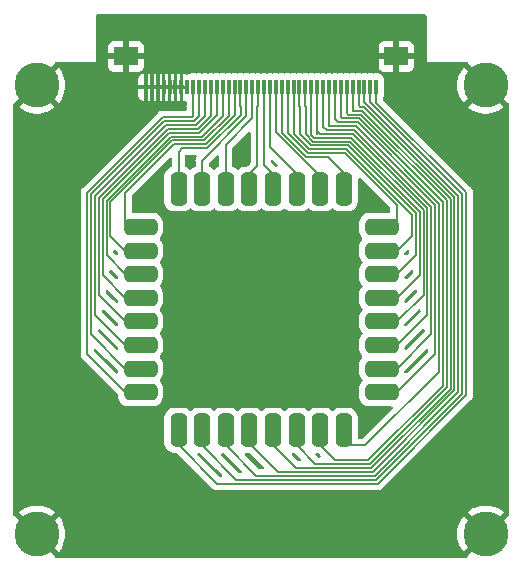
<source format=gbr>
%TF.GenerationSoftware,KiCad,Pcbnew,7.0.2*%
%TF.CreationDate,2023-10-20T09:41:17-06:00*%
%TF.ProjectId,LED_Probe_PCB,4c45445f-5072-46f6-9265-5f5043422e6b,rev?*%
%TF.SameCoordinates,Original*%
%TF.FileFunction,Copper,L1,Top*%
%TF.FilePolarity,Positive*%
%FSLAX46Y46*%
G04 Gerber Fmt 4.6, Leading zero omitted, Abs format (unit mm)*
G04 Created by KiCad (PCBNEW 7.0.2) date 2023-10-20 09:41:17*
%MOMM*%
%LPD*%
G01*
G04 APERTURE LIST*
G04 Aperture macros list*
%AMRoundRect*
0 Rectangle with rounded corners*
0 $1 Rounding radius*
0 $2 $3 $4 $5 $6 $7 $8 $9 X,Y pos of 4 corners*
0 Add a 4 corners polygon primitive as box body*
4,1,4,$2,$3,$4,$5,$6,$7,$8,$9,$2,$3,0*
0 Add four circle primitives for the rounded corners*
1,1,$1+$1,$2,$3*
1,1,$1+$1,$4,$5*
1,1,$1+$1,$6,$7*
1,1,$1+$1,$8,$9*
0 Add four rect primitives between the rounded corners*
20,1,$1+$1,$2,$3,$4,$5,0*
20,1,$1+$1,$4,$5,$6,$7,0*
20,1,$1+$1,$6,$7,$8,$9,0*
20,1,$1+$1,$8,$9,$2,$3,0*%
G04 Aperture macros list end*
%TA.AperFunction,ComponentPad*%
%ADD10C,3.800000*%
%TD*%
%TA.AperFunction,SMDPad,CuDef*%
%ADD11RoundRect,0.400000X-0.300000X-1.000000X0.300000X-1.000000X0.300000X1.000000X-0.300000X1.000000X0*%
%TD*%
%TA.AperFunction,SMDPad,CuDef*%
%ADD12RoundRect,0.400000X1.000000X-0.300000X1.000000X0.300000X-1.000000X0.300000X-1.000000X-0.300000X0*%
%TD*%
%TA.AperFunction,SMDPad,CuDef*%
%ADD13RoundRect,0.400000X-1.000000X0.300000X-1.000000X-0.300000X1.000000X-0.300000X1.000000X0.300000X0*%
%TD*%
%TA.AperFunction,SMDPad,CuDef*%
%ADD14RoundRect,0.400000X0.300000X1.000000X-0.300000X1.000000X-0.300000X-1.000000X0.300000X-1.000000X0*%
%TD*%
%TA.AperFunction,SMDPad,CuDef*%
%ADD15R,0.300000X1.300000*%
%TD*%
%TA.AperFunction,SMDPad,CuDef*%
%ADD16R,2.000000X1.600000*%
%TD*%
%TA.AperFunction,Conductor*%
%ADD17C,0.127000*%
%TD*%
%TA.AperFunction,Conductor*%
%ADD18C,0.250000*%
%TD*%
G04 APERTURE END LIST*
D10*
%TO.P,H2,1,1*%
%TO.N,GND*%
X19000000Y19000000D03*
%TD*%
D11*
%TO.P,S1,1,Pin_1*%
%TO.N,/S_I+*%
X-7000000Y-10214500D03*
%TO.P,S1,2,Pin_2*%
%TO.N,Net-(J5-Pin_2)*%
X-5000000Y-10214500D03*
%TO.P,S1,3,Pin_3*%
%TO.N,/S_V+*%
X-3000000Y-10214500D03*
%TO.P,S1,4,Pin_4*%
%TO.N,Net-(J5-Pin_4)*%
X-1000000Y-10214500D03*
%TO.P,S1,5,Pin_5*%
%TO.N,/S_V-*%
X1000000Y-10214500D03*
%TO.P,S1,6,Pin_6*%
%TO.N,Net-(J5-Pin_6)*%
X3000000Y-10214500D03*
%TO.P,S1,7,Pin_7*%
%TO.N,/S_I-*%
X5000000Y-10214500D03*
%TO.P,S1,8,Pin_8*%
%TO.N,Net-(J5-Pin_8)*%
X7000000Y-10214500D03*
%TD*%
D12*
%TO.P,E1,1,Pin_1*%
%TO.N,/E_I+*%
X10214500Y-7000000D03*
%TO.P,E1,2,Pin_2*%
%TO.N,Net-(E1-Pin_2)*%
X10214500Y-5000000D03*
%TO.P,E1,3,Pin_3*%
%TO.N,/E_V+*%
X10214500Y-3000000D03*
%TO.P,E1,4,Pin_4*%
%TO.N,Net-(E1-Pin_4)*%
X10214500Y-1000000D03*
%TO.P,E1,5,Pin_5*%
%TO.N,/E_V-*%
X10214500Y1000000D03*
%TO.P,E1,6,Pin_6*%
%TO.N,Net-(E1-Pin_6)*%
X10214500Y3000000D03*
%TO.P,E1,7,Pin_7*%
%TO.N,/E_I-*%
X10214500Y5000000D03*
%TO.P,E1,8,Pin_8*%
%TO.N,Net-(E1-Pin_8)*%
X10214500Y7000000D03*
%TD*%
D13*
%TO.P,W1,1,Pin_1*%
%TO.N,/W_I+*%
X-10214500Y7000000D03*
%TO.P,W1,2,Pin_2*%
%TO.N,Net-(J5-Pin_26)*%
X-10214500Y5000000D03*
%TO.P,W1,3,Pin_3*%
%TO.N,/W_V+*%
X-10214500Y3000000D03*
%TO.P,W1,4,Pin_4*%
%TO.N,Net-(J5-Pin_28)*%
X-10214500Y1000000D03*
%TO.P,W1,5,Pin_5*%
%TO.N,/W_V-*%
X-10214500Y-1000000D03*
%TO.P,W1,6,Pin_6*%
%TO.N,Net-(J5-Pin_30)*%
X-10214500Y-3000000D03*
%TO.P,W1,7,Pin_7*%
%TO.N,/W_I-*%
X-10214500Y-5000000D03*
%TO.P,W1,8,Pin_8*%
%TO.N,Net-(J5-Pin_32)*%
X-10214500Y-7000000D03*
%TD*%
D14*
%TO.P,N1,1,Pin_1*%
%TO.N,/N_I+*%
X7000000Y10214500D03*
%TO.P,N1,2,Pin_2*%
%TO.N,Net-(J5-Pin_18)*%
X5000000Y10214500D03*
%TO.P,N1,3,Pin_3*%
%TO.N,/N_V+*%
X3000000Y10214500D03*
%TO.P,N1,4,Pin_4*%
%TO.N,Net-(J5-Pin_20)*%
X1000000Y10214500D03*
%TO.P,N1,5,Pin_5*%
%TO.N,/N_V-*%
X-1000000Y10214500D03*
%TO.P,N1,6,Pin_6*%
%TO.N,Net-(J5-Pin_22)*%
X-3000000Y10214500D03*
%TO.P,N1,7,Pin_7*%
%TO.N,/N_I-*%
X-5000000Y10214500D03*
%TO.P,N1,8,Pin_8*%
%TO.N,Net-(J5-Pin_24)*%
X-7000000Y10214500D03*
%TD*%
D10*
%TO.P,H4,1,1*%
%TO.N,GND*%
X19000000Y-19000000D03*
%TD*%
%TO.P,H3,1,1*%
%TO.N,GND*%
X-19000000Y-19000000D03*
%TD*%
%TO.P,H1,1,1*%
%TO.N,GND*%
X-19000000Y19000000D03*
%TD*%
D15*
%TO.P,J5,1,Pin_1*%
%TO.N,/S_I+*%
X9740000Y18840000D03*
%TO.P,J5,2,Pin_2*%
%TO.N,Net-(J5-Pin_2)*%
X9240000Y18840000D03*
%TO.P,J5,3,Pin_3*%
%TO.N,/S_V+*%
X8740000Y18840000D03*
%TO.P,J5,4,Pin_4*%
%TO.N,Net-(J5-Pin_4)*%
X8240000Y18840000D03*
%TO.P,J5,5,Pin_5*%
%TO.N,/S_V-*%
X7740000Y18840000D03*
%TO.P,J5,6,Pin_6*%
%TO.N,Net-(J5-Pin_6)*%
X7240000Y18840000D03*
%TO.P,J5,7,Pin_7*%
%TO.N,/S_I-*%
X6740000Y18840000D03*
%TO.P,J5,8,Pin_8*%
%TO.N,Net-(J5-Pin_8)*%
X6240000Y18840000D03*
%TO.P,J5,9,Pin_9*%
%TO.N,/E_I+*%
X5740000Y18840000D03*
%TO.P,J5,10,Pin_10*%
%TO.N,Net-(E1-Pin_2)*%
X5240000Y18840000D03*
%TO.P,J5,11,Pin_11*%
%TO.N,/E_V+*%
X4740000Y18840000D03*
%TO.P,J5,12,Pin_12*%
%TO.N,Net-(E1-Pin_4)*%
X4240000Y18840000D03*
%TO.P,J5,13,Pin_13*%
%TO.N,/E_V-*%
X3740000Y18840000D03*
%TO.P,J5,14,Pin_14*%
%TO.N,Net-(E1-Pin_6)*%
X3240000Y18840000D03*
%TO.P,J5,15,Pin_15*%
%TO.N,/E_I-*%
X2740000Y18840000D03*
%TO.P,J5,16,Pin_16*%
%TO.N,Net-(E1-Pin_8)*%
X2240000Y18840000D03*
%TO.P,J5,17,Pin_17*%
%TO.N,/N_I+*%
X1740000Y18840000D03*
%TO.P,J5,18,Pin_18*%
%TO.N,Net-(J5-Pin_18)*%
X1240000Y18840000D03*
%TO.P,J5,19,Pin_19*%
%TO.N,/N_V+*%
X740000Y18840000D03*
%TO.P,J5,20,Pin_20*%
%TO.N,Net-(J5-Pin_20)*%
X240000Y18840000D03*
%TO.P,J5,21,Pin_21*%
%TO.N,/N_V-*%
X-260000Y18840000D03*
%TO.P,J5,22,Pin_22*%
%TO.N,Net-(J5-Pin_22)*%
X-760000Y18840000D03*
%TO.P,J5,23,Pin_23*%
%TO.N,/N_I-*%
X-1260000Y18840000D03*
%TO.P,J5,24,Pin_24*%
%TO.N,Net-(J5-Pin_24)*%
X-1760000Y18840000D03*
%TO.P,J5,25,Pin_25*%
%TO.N,/W_I+*%
X-2260000Y18840000D03*
%TO.P,J5,26,Pin_26*%
%TO.N,Net-(J5-Pin_26)*%
X-2760000Y18840000D03*
%TO.P,J5,27,Pin_27*%
%TO.N,/W_V+*%
X-3260000Y18840000D03*
%TO.P,J5,28,Pin_28*%
%TO.N,Net-(J5-Pin_28)*%
X-3760000Y18840000D03*
%TO.P,J5,29,Pin_29*%
%TO.N,/W_V-*%
X-4260000Y18840000D03*
%TO.P,J5,30,Pin_30*%
%TO.N,Net-(J5-Pin_30)*%
X-4760000Y18840000D03*
%TO.P,J5,31,Pin_31*%
%TO.N,/W_I-*%
X-5260000Y18840000D03*
%TO.P,J5,32,Pin_32*%
%TO.N,Net-(J5-Pin_32)*%
X-5760000Y18840000D03*
%TO.P,J5,33,Pin_33*%
%TO.N,GND*%
X-6260000Y18840000D03*
%TO.P,J5,34,Pin_34*%
X-6760000Y18840000D03*
%TO.P,J5,35,Pin_35*%
X-7260000Y18840000D03*
%TO.P,J5,36,Pin_36*%
X-7760000Y18840000D03*
%TO.P,J5,37,Pin_37*%
X-8260000Y18840000D03*
%TO.P,J5,38,Pin_38*%
X-8760000Y18840000D03*
%TO.P,J5,39,Pin_39*%
X-9260000Y18840000D03*
%TO.P,J5,40,Pin_40*%
X-9760000Y18840000D03*
D16*
%TO.P,J5,41,Pin_41*%
X-11460000Y21440000D03*
%TO.P,J5,42,Pin_42*%
X11440000Y21440000D03*
%TD*%
D17*
%TO.N,/S_I+*%
X9740000Y17523720D02*
X9740000Y18840000D01*
X9869188Y-14725500D02*
X17341500Y-7253188D01*
X-7000000Y-11500000D02*
X-3774500Y-14725500D01*
X17341500Y-7253188D02*
X17341500Y9922220D01*
X17341500Y9922220D02*
X9740000Y17523720D01*
X-7000000Y-9714500D02*
X-7000000Y-11500000D01*
X-3774500Y-14725500D02*
X9869188Y-14725500D01*
%TO.N,/S_V+*%
X8740000Y18840000D02*
X8740000Y17598824D01*
X16687500Y9651324D02*
X16687500Y-6982292D01*
X-3000000Y-11500000D02*
X-3000000Y-9714500D01*
X9598292Y-14071500D02*
X-428500Y-14071500D01*
X16687500Y-6982292D02*
X9598292Y-14071500D01*
X-428500Y-14071500D02*
X-3000000Y-11500000D01*
X8740000Y17598824D02*
X16687500Y9651324D01*
%TO.N,/S_V-*%
X9327396Y-13417500D02*
X16033500Y-6711396D01*
X1000000Y-11500000D02*
X2917500Y-13417500D01*
X2917500Y-13417500D02*
X9327396Y-13417500D01*
X1000000Y-9714500D02*
X1000000Y-11500000D01*
X16033500Y9380428D02*
X8569928Y16844000D01*
X16033500Y-6711396D02*
X16033500Y9380428D01*
X8569928Y16844000D02*
X7810000Y16844000D01*
X7740000Y16914000D02*
X7740000Y18840000D01*
X7810000Y16844000D02*
X7740000Y16914000D01*
%TO.N,/S_I-*%
X9056500Y-12763500D02*
X15379500Y-6440500D01*
X15379500Y-6440500D02*
X15379500Y9109532D01*
X6263500Y-12763500D02*
X9056500Y-12763500D01*
X5000000Y-11500000D02*
X6263500Y-12763500D01*
X6850000Y16190000D02*
X6750000Y16290000D01*
X8299032Y16190000D02*
X6850000Y16190000D01*
X15379500Y9109532D02*
X8299032Y16190000D01*
X6740000Y18840000D02*
X6740000Y17210000D01*
X5000000Y-11500000D02*
X5000000Y-9714500D01*
X6750000Y16290000D02*
X6750000Y17200000D01*
X6740000Y17210000D02*
X6750000Y17200000D01*
%TO.N,/E_I+*%
X14725500Y-3774500D02*
X11500000Y-7000000D01*
X5750000Y15556000D02*
X5770000Y15536000D01*
X8028136Y15536000D02*
X14725500Y8838636D01*
X14725500Y8838636D02*
X14725500Y-3774500D01*
X11500000Y-7000000D02*
X9714500Y-7000000D01*
X5740000Y18840000D02*
X5740000Y17210000D01*
X5750000Y17200000D02*
X5750000Y15556000D01*
X5740000Y17210000D02*
X5750000Y17200000D01*
X5770000Y15536000D02*
X8028136Y15536000D01*
%TO.N,/E_V+*%
X4740000Y17271500D02*
X4740000Y18840000D01*
X14071500Y8567740D02*
X14071500Y-428500D01*
X4750000Y17261500D02*
X4740000Y17271500D01*
X4750000Y17261500D02*
X4750000Y16434500D01*
X4750000Y16434500D02*
X4740000Y16424500D01*
X4750000Y17261500D02*
X4750000Y15132000D01*
X11500000Y-3000000D02*
X9714500Y-3000000D01*
X4740000Y16424500D02*
X4740000Y14882000D01*
X7757240Y14882000D02*
X14071500Y8567740D01*
X4750000Y15132000D02*
X5000000Y14882000D01*
X14071500Y-428500D02*
X11500000Y-3000000D01*
X5000000Y14882000D02*
X7757240Y14882000D01*
%TO.N,/E_V-*%
X11500000Y1000000D02*
X9714500Y1000000D01*
X3750000Y17261500D02*
X3740000Y17271500D01*
X3740000Y17271500D02*
X3740000Y18840000D01*
X13417500Y8296844D02*
X13417500Y2917500D01*
X3750000Y14832240D02*
X4354240Y14228000D01*
X3750000Y17261500D02*
X3750000Y14832240D01*
X4354240Y14228000D02*
X7486344Y14228000D01*
X7486344Y14228000D02*
X13417500Y8296844D01*
X13417500Y2917500D02*
X11500000Y1000000D01*
%TO.N,/E_I-*%
X7215448Y13574000D02*
X12763500Y8025948D01*
X2750000Y17261500D02*
X2740000Y17271500D01*
X12763500Y6263500D02*
X11500000Y5000000D01*
X11500000Y5000000D02*
X9714500Y5000000D01*
X12763500Y8025948D02*
X12763500Y6263500D01*
X2750000Y17261500D02*
X2750000Y14907344D01*
X2740000Y17271500D02*
X2740000Y18840000D01*
X4083344Y13574000D02*
X7215448Y13574000D01*
X2750000Y14907344D02*
X4083344Y13574000D01*
%TO.N,/W_I+*%
X-11500000Y9883552D02*
X-7386052Y13997500D01*
X-2260000Y17271500D02*
X-2250000Y17261500D01*
X-9714500Y7000000D02*
X-11250000Y7000000D01*
X-4713052Y13997500D02*
X-2250000Y16460552D01*
X-2260000Y18840000D02*
X-2260000Y17271500D01*
X-11250000Y7000000D02*
X-11500000Y7250000D01*
X-11500000Y7250000D02*
X-11500000Y9883552D01*
X-7386052Y13997500D02*
X-4713052Y13997500D01*
X-2250000Y16460552D02*
X-2250000Y17261500D01*
%TO.N,/W_V+*%
X-3250000Y16423000D02*
X-3250000Y17261500D01*
X-3260000Y17271500D02*
X-3250000Y17261500D01*
X-3260000Y18840000D02*
X-3260000Y17271500D01*
X-13090500Y4590500D02*
X-13090500Y9217948D01*
X-11500000Y3000000D02*
X-13090500Y4590500D01*
X-13090500Y9217948D02*
X-7656948Y14651500D01*
X-11500000Y3000000D02*
X-9714500Y3000000D01*
X-7656948Y14651500D02*
X-5021500Y14651500D01*
X-5021500Y14651500D02*
X-3250000Y16423000D01*
%TO.N,/W_V-*%
X-5367500Y15305500D02*
X-4250000Y16423000D01*
X-4260000Y18840000D02*
X-4260000Y17271500D01*
X-13744500Y9488844D02*
X-7927844Y15305500D01*
X-11500000Y-1000000D02*
X-9714500Y-1000000D01*
X-4260000Y17271500D02*
X-4250000Y17261500D01*
X-7927844Y15305500D02*
X-5367500Y15305500D01*
X-13744500Y1244500D02*
X-13744500Y9488844D01*
X-11500000Y-1000000D02*
X-13744500Y1244500D01*
X-4250000Y16423000D02*
X-4250000Y17261500D01*
%TO.N,/W_I-*%
X-8198740Y15959500D02*
X-5701052Y15959500D01*
X-5260000Y17271500D02*
X-5250000Y17261500D01*
X-11500000Y-5000000D02*
X-9714500Y-5000000D01*
X-14398500Y9759740D02*
X-8198740Y15959500D01*
X-5250000Y16410552D02*
X-5250000Y17200000D01*
X-11500000Y-5000000D02*
X-14398500Y-2101500D01*
X-5260000Y18840000D02*
X-5260000Y17271500D01*
X-14398500Y-2101500D02*
X-14398500Y9759740D01*
X-5250000Y16472052D02*
X-5250000Y17261500D01*
X-5701052Y15959500D02*
X-5250000Y16410552D01*
%TO.N,/N_I+*%
X1750000Y14982448D02*
X3812448Y12920000D01*
X1750000Y17261500D02*
X1750000Y14982448D01*
X5670000Y12920000D02*
X7000000Y11590000D01*
X1740000Y17271500D02*
X1750000Y17261500D01*
X3812448Y12920000D02*
X5670000Y12920000D01*
X7000000Y11590000D02*
X7000000Y9714500D01*
X1740000Y18840000D02*
X1740000Y17271500D01*
%TO.N,/N_V+*%
X750000Y13750000D02*
X750000Y17261500D01*
X3000000Y11500000D02*
X750000Y13750000D01*
X740000Y17271500D02*
X740000Y18840000D01*
X750000Y17261500D02*
X740000Y17271500D01*
X3000000Y11500000D02*
X3000000Y9714500D01*
%TO.N,/N_V-*%
X-1000000Y11500000D02*
X-1000000Y9714500D01*
X-336500Y12163500D02*
X-336500Y17175000D01*
X-260000Y17271500D02*
X-260000Y18840000D01*
X-250000Y17261500D02*
X-260000Y17271500D01*
X-336500Y17175000D02*
X-250000Y17261500D01*
X-1000000Y11500000D02*
X-336500Y12163500D01*
%TO.N,/N_I-*%
X-1260000Y17271500D02*
X-1250000Y17261500D01*
X-1260000Y18840000D02*
X-1260000Y17271500D01*
X-1250000Y17261500D02*
X-1250000Y16373000D01*
X-1250000Y16373000D02*
X-5000000Y12623000D01*
X-5000000Y12623000D02*
X-5000000Y9714500D01*
%TO.N,Net-(E1-Pin_2)*%
X14398500Y-2101500D02*
X14398500Y8703188D01*
X14398500Y8703188D02*
X7892688Y15209000D01*
X11500000Y-5000000D02*
X9714500Y-5000000D01*
X5530000Y15209000D02*
X5250000Y15489000D01*
X7892688Y15209000D02*
X5530000Y15209000D01*
X5250000Y15489000D02*
X5250000Y17200000D01*
X5240000Y18840000D02*
X5240000Y17210000D01*
X11500000Y-5000000D02*
X14398500Y-2101500D01*
X5240000Y17210000D02*
X5250000Y17200000D01*
%TO.N,Net-(E1-Pin_4)*%
X7621792Y14555000D02*
X13744500Y8432292D01*
X4250000Y14794688D02*
X4489688Y14555000D01*
X13744500Y1244500D02*
X11500000Y-1000000D01*
X13744500Y8432292D02*
X13744500Y1244500D01*
X4250000Y17261500D02*
X4250000Y14794688D01*
X4489688Y14555000D02*
X7621792Y14555000D01*
X4240000Y17271500D02*
X4250000Y17261500D01*
X4240000Y18840000D02*
X4240000Y17271500D01*
X11500000Y-1000000D02*
X9714500Y-1000000D01*
%TO.N,Net-(E1-Pin_6)*%
X13090500Y8161396D02*
X13090500Y4590500D01*
X3240000Y18840000D02*
X3240000Y17271500D01*
X3250000Y17261500D02*
X3250000Y14869792D01*
X4218792Y13901000D02*
X7350896Y13901000D01*
X3250000Y14869792D02*
X4218792Y13901000D01*
X7350896Y13901000D02*
X13090500Y8161396D01*
X3240000Y17271500D02*
X3250000Y17261500D01*
X11500000Y3000000D02*
X9714500Y3000000D01*
X13090500Y4590500D02*
X11500000Y3000000D01*
%TO.N,Net-(E1-Pin_8)*%
X7080000Y13247000D02*
X11500000Y8827000D01*
X2250000Y14944896D02*
X3947896Y13247000D01*
X11500000Y7000000D02*
X9714500Y7000000D01*
X3947896Y13247000D02*
X7080000Y13247000D01*
X2250000Y17261500D02*
X2250000Y14944896D01*
X11500000Y8827000D02*
X11500000Y7000000D01*
X2240000Y18840000D02*
X2240000Y17271500D01*
X2240000Y17271500D02*
X2250000Y17261500D01*
%TO.N,Net-(J5-Pin_18)*%
X1250000Y15020000D02*
X1250000Y17261500D01*
X1240000Y17271500D02*
X1240000Y18840000D01*
X5000000Y9714500D02*
X5000000Y11270000D01*
X1250000Y17261500D02*
X1240000Y17271500D01*
X5000000Y11270000D02*
X1250000Y15020000D01*
%TO.N,Net-(J5-Pin_20)*%
X240000Y17271500D02*
X250000Y17261500D01*
X240000Y18840000D02*
X240000Y17271500D01*
X250000Y12250000D02*
X1000000Y11500000D01*
X250000Y17261500D02*
X250000Y12250000D01*
X1000000Y11500000D02*
X1000000Y9714500D01*
%TO.N,Net-(J5-Pin_22)*%
X-760000Y17271500D02*
X-750000Y17261500D01*
X-760000Y18840000D02*
X-760000Y17271500D01*
X-3000000Y13950000D02*
X-3000000Y9714500D01*
X-750000Y16200000D02*
X-3000000Y13950000D01*
X-750000Y17261500D02*
X-750000Y16200000D01*
%TO.N,Net-(J5-Pin_24)*%
X-1760000Y18840000D02*
X-1760000Y17210000D01*
X-1750000Y16498104D02*
X-4577604Y13670500D01*
X-1760000Y17210000D02*
X-1750000Y17200000D01*
X-4577604Y13670500D02*
X-6670000Y13670500D01*
X-7000000Y13340500D02*
X-7000000Y9714500D01*
X-6670000Y13670500D02*
X-7000000Y13340500D01*
X-1750000Y17200000D02*
X-1750000Y16498104D01*
%TO.N,Net-(J5-Pin_2)*%
X9733740Y-14398500D02*
X-2101500Y-14398500D01*
X9240000Y17561272D02*
X17014500Y9786772D01*
X17014500Y-7117740D02*
X9733740Y-14398500D01*
X9240000Y18840000D02*
X9240000Y17561272D01*
X-2101500Y-14398500D02*
X-5000000Y-11500000D01*
X17014500Y9786772D02*
X17014500Y-7117740D01*
X-5000000Y-9714500D02*
X-5000000Y-11500000D01*
%TO.N,Net-(J5-Pin_4)*%
X9462844Y-13744500D02*
X16360500Y-6846844D01*
X-1000000Y-9714500D02*
X-1000000Y-11327000D01*
X1417500Y-13744500D02*
X9462844Y-13744500D01*
X16360500Y-6846844D02*
X16360500Y9515876D01*
X16360500Y9515876D02*
X8705376Y17171000D01*
X8360000Y17171000D02*
X8240000Y17291000D01*
X8705376Y17171000D02*
X8360000Y17171000D01*
X-1000000Y-11327000D02*
X1417500Y-13744500D01*
X8240000Y17291000D02*
X8240000Y18840000D01*
%TO.N,Net-(J5-Pin_6)*%
X7360000Y16517000D02*
X8434480Y16517000D01*
X7240000Y18840000D02*
X7240000Y16637000D01*
X15706500Y-6575948D02*
X9191948Y-13090500D01*
X7240000Y16637000D02*
X7360000Y16517000D01*
X15706500Y9244980D02*
X15706500Y-6575948D01*
X9191948Y-13090500D02*
X4590500Y-13090500D01*
X4590500Y-13090500D02*
X3000000Y-11500000D01*
X8434480Y16517000D02*
X15706500Y9244980D01*
X3000000Y-11500000D02*
X3000000Y-9714500D01*
%TO.N,Net-(J5-Pin_8)*%
X6250000Y16103000D02*
X6490000Y15863000D01*
X6240000Y17210000D02*
X6240000Y18840000D01*
X8163584Y15863000D02*
X15052500Y8974084D01*
X7000000Y-11250000D02*
X7250000Y-11500000D01*
X15052500Y8974084D02*
X15052500Y-5274500D01*
X6490000Y15863000D02*
X8163584Y15863000D01*
X6250000Y17200000D02*
X6250000Y16103000D01*
X8827000Y-11500000D02*
X7250000Y-11500000D01*
X15052500Y-5274500D02*
X8827000Y-11500000D01*
X6250000Y17200000D02*
X6240000Y17210000D01*
X7000000Y-11250000D02*
X7000000Y-9714500D01*
D18*
%TO.N,GND*%
X-6260000Y18840000D02*
X-6760000Y18840000D01*
D17*
X18800000Y-19000000D02*
X18750000Y-18950000D01*
%TO.N,Net-(J5-Pin_26)*%
X-11500000Y5000000D02*
X-9714500Y5000000D01*
X-11500000Y5000000D02*
X-12763500Y6263500D01*
X-2750000Y16423000D02*
X-2750000Y17261500D01*
X-12763500Y6263500D02*
X-12763500Y9082500D01*
X-12763500Y9082500D02*
X-7521500Y14324500D01*
X-4848500Y14324500D02*
X-2750000Y16423000D01*
X-2760000Y17271500D02*
X-2760000Y18840000D01*
X-7521500Y14324500D02*
X-4848500Y14324500D01*
X-2750000Y17261500D02*
X-2760000Y17271500D01*
%TO.N,Net-(J5-Pin_28)*%
X-13417500Y9353396D02*
X-7792396Y14978500D01*
X-3750000Y16460552D02*
X-3750000Y17261500D01*
X-11500000Y1000000D02*
X-13417500Y2917500D01*
X-11500000Y1000000D02*
X-9714500Y1000000D01*
X-13417500Y2917500D02*
X-13417500Y9353396D01*
X-3750000Y17261500D02*
X-3760000Y17271500D01*
X-7792396Y14978500D02*
X-5232052Y14978500D01*
X-5232052Y14978500D02*
X-3750000Y16460552D01*
X-3760000Y17271500D02*
X-3760000Y18840000D01*
%TO.N,Net-(J5-Pin_30)*%
X-8063292Y15632500D02*
X-5540500Y15632500D01*
X-11500000Y-3000000D02*
X-14071500Y-428500D01*
X-11500000Y-3000000D02*
X-9714500Y-3000000D01*
X-4750000Y16423000D02*
X-4750000Y17261500D01*
X-5540500Y15632500D02*
X-4750000Y16423000D01*
X-4750000Y17261500D02*
X-4760000Y17271500D01*
X-4760000Y17271500D02*
X-4760000Y18840000D01*
X-14071500Y-428500D02*
X-14071500Y9624292D01*
X-14071500Y9624292D02*
X-8063292Y15632500D01*
%TO.N,Net-(J5-Pin_32)*%
X-5750000Y17200000D02*
X-5760000Y17210000D01*
X-5750000Y16373000D02*
X-5750000Y17200000D01*
X-8334188Y16286500D02*
X-5836500Y16286500D01*
X-14725500Y9895188D02*
X-8334188Y16286500D01*
X-11500000Y-7000000D02*
X-14725500Y-3774500D01*
X-5760000Y17210000D02*
X-5760000Y18840000D01*
X-11500000Y-7000000D02*
X-9714500Y-7000000D01*
X-5836500Y16286500D02*
X-5750000Y16373000D01*
X-14725500Y-3774500D02*
X-14725500Y9895188D01*
%TD*%
%TA.AperFunction,Conductor*%
%TO.N,GND*%
G36*
X13942539Y24979815D02*
G01*
X13988294Y24927011D01*
X13999500Y24875500D01*
X13999500Y21024760D01*
X13999459Y21024553D01*
X13999459Y20999999D01*
X13999500Y20999900D01*
X13999615Y20999618D01*
X13999618Y20999615D01*
X13999999Y20999459D01*
X14000000Y20999459D01*
X14024616Y20999476D01*
X14024616Y20999471D01*
X14024760Y20999500D01*
X17362851Y20999500D01*
X17429890Y20979815D01*
X17475645Y20927011D01*
X17486187Y20867363D01*
X18386562Y19966989D01*
X18406018Y19931356D01*
X18402590Y19929589D01*
X18237460Y19799729D01*
X18099890Y19640965D01*
X18071282Y19591414D01*
X18033009Y19613436D01*
X17135312Y20511134D01*
X17057006Y20416479D01*
X17052430Y20410181D01*
X16894792Y20161782D01*
X16891050Y20154976D01*
X16765781Y19888765D01*
X16762921Y19881541D01*
X16672009Y19601745D01*
X16670073Y19594206D01*
X16614946Y19305220D01*
X16613972Y19297500D01*
X16595500Y19003894D01*
X16595500Y18996105D01*
X16613972Y18702499D01*
X16614946Y18694779D01*
X16670073Y18405793D01*
X16672009Y18398254D01*
X16762921Y18118458D01*
X16765781Y18111234D01*
X16891050Y17845023D01*
X16894792Y17838217D01*
X17052434Y17589812D01*
X17056995Y17583534D01*
X17135312Y17488864D01*
X18033010Y18386563D01*
X18071473Y18407565D01*
X18164894Y18276376D01*
X18316932Y18131408D01*
X18409098Y18072176D01*
X18386563Y18033010D01*
X17486564Y17133012D01*
X17486565Y17133011D01*
X17708309Y16971905D01*
X17714899Y16967723D01*
X17972694Y16825999D01*
X17979733Y16822686D01*
X18253270Y16714386D01*
X18260665Y16711983D01*
X18545625Y16638817D01*
X18553256Y16637362D01*
X18845140Y16600488D01*
X18852899Y16600000D01*
X19147101Y16600000D01*
X19154859Y16600488D01*
X19446743Y16637362D01*
X19454374Y16638817D01*
X19739334Y16711983D01*
X19746729Y16714386D01*
X20020266Y16822686D01*
X20027305Y16825999D01*
X20285108Y16967727D01*
X20291679Y16971897D01*
X20513433Y17133012D01*
X20513434Y17133012D01*
X19613436Y18033009D01*
X19593978Y18068642D01*
X19597410Y18070411D01*
X19762540Y18200271D01*
X19900110Y18359035D01*
X19928716Y18408583D01*
X19966989Y18386562D01*
X20864687Y17488863D01*
X20869661Y17489098D01*
X20937553Y17472593D01*
X20985743Y17422002D01*
X20999500Y17365236D01*
X20999500Y-17365236D01*
X20979815Y-17432275D01*
X20927011Y-17478030D01*
X20869661Y-17489098D01*
X20864687Y-17488863D01*
X19966989Y-18386562D01*
X19928525Y-18407564D01*
X19835106Y-18276376D01*
X19683068Y-18131408D01*
X19590900Y-18072175D01*
X19613436Y-18033009D01*
X20513434Y-17133012D01*
X20291679Y-16971897D01*
X20285108Y-16967727D01*
X20027305Y-16825999D01*
X20020266Y-16822686D01*
X19746729Y-16714386D01*
X19739334Y-16711983D01*
X19454374Y-16638817D01*
X19446743Y-16637362D01*
X19154859Y-16600488D01*
X19147101Y-16600000D01*
X18852899Y-16600000D01*
X18845140Y-16600488D01*
X18553256Y-16637362D01*
X18545625Y-16638817D01*
X18260665Y-16711983D01*
X18253270Y-16714386D01*
X17979733Y-16822686D01*
X17972694Y-16825999D01*
X17714899Y-16967723D01*
X17708309Y-16971905D01*
X17486565Y-17133011D01*
X17486564Y-17133012D01*
X18386563Y-18033010D01*
X18406019Y-18068642D01*
X18402590Y-18070411D01*
X18237460Y-18200271D01*
X18099890Y-18359035D01*
X18071282Y-18408584D01*
X18033010Y-18386563D01*
X17135312Y-17488864D01*
X17056995Y-17583534D01*
X17052434Y-17589812D01*
X16894792Y-17838217D01*
X16891050Y-17845023D01*
X16765781Y-18111234D01*
X16762921Y-18118458D01*
X16672009Y-18398254D01*
X16670073Y-18405793D01*
X16614946Y-18694779D01*
X16613972Y-18702499D01*
X16595500Y-18996105D01*
X16595500Y-19003894D01*
X16613972Y-19297500D01*
X16614946Y-19305220D01*
X16670073Y-19594206D01*
X16672009Y-19601745D01*
X16762921Y-19881541D01*
X16765781Y-19888765D01*
X16891050Y-20154976D01*
X16894792Y-20161782D01*
X17052430Y-20410181D01*
X17057006Y-20416479D01*
X17135312Y-20511134D01*
X18033009Y-19613436D01*
X18071472Y-19592433D01*
X18164894Y-19723624D01*
X18316932Y-19868592D01*
X18409097Y-19927823D01*
X18386562Y-19966989D01*
X17486120Y-20867430D01*
X17472104Y-20934149D01*
X17423053Y-20983906D01*
X17362851Y-20999500D01*
X-17362851Y-20999500D01*
X-17429890Y-20979815D01*
X-17475645Y-20927011D01*
X-17486187Y-20867363D01*
X-18386562Y-19966989D01*
X-18406018Y-19931356D01*
X-18402590Y-19929589D01*
X-18237460Y-19799729D01*
X-18099890Y-19640965D01*
X-18071282Y-19591414D01*
X-18033009Y-19613436D01*
X-17135312Y-20511134D01*
X-17057006Y-20416479D01*
X-17052430Y-20410181D01*
X-16894792Y-20161782D01*
X-16891050Y-20154976D01*
X-16765781Y-19888765D01*
X-16762921Y-19881541D01*
X-16672009Y-19601745D01*
X-16670073Y-19594206D01*
X-16614946Y-19305220D01*
X-16613972Y-19297500D01*
X-16595500Y-19003894D01*
X-16595500Y-18996105D01*
X-16613972Y-18702499D01*
X-16614946Y-18694779D01*
X-16670073Y-18405793D01*
X-16672009Y-18398254D01*
X-16762921Y-18118458D01*
X-16765781Y-18111234D01*
X-16891050Y-17845023D01*
X-16894792Y-17838217D01*
X-17052434Y-17589812D01*
X-17056995Y-17583534D01*
X-17135312Y-17488864D01*
X-18033010Y-18386563D01*
X-18071473Y-18407565D01*
X-18164894Y-18276376D01*
X-18316932Y-18131408D01*
X-18409098Y-18072176D01*
X-18386563Y-18033010D01*
X-17486564Y-17133012D01*
X-17486565Y-17133011D01*
X-17708309Y-16971905D01*
X-17714899Y-16967723D01*
X-17972694Y-16825999D01*
X-17979733Y-16822686D01*
X-18253270Y-16714386D01*
X-18260665Y-16711983D01*
X-18545625Y-16638817D01*
X-18553256Y-16637362D01*
X-18845140Y-16600488D01*
X-18852899Y-16600000D01*
X-19147101Y-16600000D01*
X-19154859Y-16600488D01*
X-19446743Y-16637362D01*
X-19454374Y-16638817D01*
X-19739334Y-16711983D01*
X-19746729Y-16714386D01*
X-20020266Y-16822686D01*
X-20027305Y-16825999D01*
X-20285108Y-16967727D01*
X-20291679Y-16971897D01*
X-20513433Y-17133012D01*
X-20513434Y-17133012D01*
X-19613436Y-18033009D01*
X-19593978Y-18068642D01*
X-19597410Y-18070411D01*
X-19762540Y-18200271D01*
X-19900110Y-18359035D01*
X-19928716Y-18408583D01*
X-19966989Y-18386562D01*
X-20864687Y-17488863D01*
X-20869661Y-17489098D01*
X-20937553Y-17472593D01*
X-20985743Y-17422002D01*
X-20999500Y-17365236D01*
X-20999500Y-3774500D01*
X-15294367Y-3774500D01*
X-15289499Y-3811468D01*
X-15289500Y-3811468D01*
X-15274983Y-3921734D01*
X-15218153Y-4058933D01*
X-15127750Y-4176750D01*
X-15104614Y-4194502D01*
X-15092424Y-4205191D01*
X-13504467Y-5793149D01*
X-12151318Y-7146298D01*
X-12117833Y-7207621D01*
X-12114999Y-7233978D01*
X-12114999Y-7363020D01*
X-12108812Y-7441645D01*
X-12059820Y-7624488D01*
X-11973883Y-7793149D01*
X-11854757Y-7940257D01*
X-11707649Y-8059383D01*
X-11538988Y-8145320D01*
X-11356145Y-8194312D01*
X-11277521Y-8200500D01*
X-9151480Y-8200499D01*
X-9072855Y-8194312D01*
X-8890012Y-8145320D01*
X-8721351Y-8059383D01*
X-8574243Y-7940257D01*
X-8455117Y-7793149D01*
X-8369180Y-7624488D01*
X-8320188Y-7441645D01*
X-8314191Y-7365455D01*
X-8314190Y-7365430D01*
X-8314000Y-7363021D01*
X-8314000Y-7146298D01*
X-8314000Y-6639401D01*
X-8314000Y-6639375D01*
X-8314001Y-6636980D01*
X-8314189Y-6634587D01*
X-8314190Y-6634569D01*
X-8320188Y-6558354D01*
X-8369179Y-6375513D01*
X-8455117Y-6206850D01*
X-8559430Y-6078036D01*
X-8586322Y-6013549D01*
X-8574080Y-5944760D01*
X-8559430Y-5921964D01*
X-8455117Y-5793149D01*
X-8369179Y-5624486D01*
X-8320188Y-5441646D01*
X-8314191Y-5365455D01*
X-8314190Y-5365430D01*
X-8314000Y-5363021D01*
X-8314000Y-5040883D01*
X-8314000Y-4639401D01*
X-8314000Y-4639375D01*
X-8314001Y-4636980D01*
X-8314189Y-4634587D01*
X-8314190Y-4634569D01*
X-8320188Y-4558354D01*
X-8369179Y-4375513D01*
X-8455117Y-4206850D01*
X-8559430Y-4078036D01*
X-8586322Y-4013549D01*
X-8574080Y-3944760D01*
X-8559430Y-3921964D01*
X-8559243Y-3921734D01*
X-8455117Y-3793149D01*
X-8369180Y-3624488D01*
X-8356509Y-3577201D01*
X-8320188Y-3441646D01*
X-8314191Y-3365455D01*
X-8314190Y-3365430D01*
X-8314000Y-3363021D01*
X-8314000Y-3136117D01*
X-8314000Y-2639401D01*
X-8314000Y-2639375D01*
X-8314001Y-2636980D01*
X-8314189Y-2634587D01*
X-8314190Y-2634569D01*
X-8320188Y-2558354D01*
X-8369179Y-2375513D01*
X-8455117Y-2206850D01*
X-8559430Y-2078036D01*
X-8586322Y-2013549D01*
X-8574080Y-1944760D01*
X-8559430Y-1921964D01*
X-8545045Y-1904201D01*
X-8455117Y-1793149D01*
X-8369180Y-1624488D01*
X-8320188Y-1441645D01*
X-8317241Y-1404202D01*
X-8314191Y-1365455D01*
X-8314190Y-1365430D01*
X-8314000Y-1363021D01*
X-8314000Y-1146297D01*
X-8314000Y-639401D01*
X-8314000Y-639375D01*
X-8314001Y-636980D01*
X-8314189Y-634587D01*
X-8314190Y-634569D01*
X-8320188Y-558354D01*
X-8369179Y-375513D01*
X-8455117Y-206850D01*
X-8550164Y-89478D01*
X-8559430Y-78034D01*
X-8586322Y-13549D01*
X-8574080Y55240D01*
X-8559430Y78036D01*
X-8455117Y206850D01*
X-8369179Y375513D01*
X-8320188Y558353D01*
X-8314191Y634544D01*
X-8314190Y634569D01*
X-8314000Y636979D01*
X-8314000Y853701D01*
X-8314000Y1360598D01*
X-8314000Y1360623D01*
X-8314001Y1363020D01*
X-8314189Y1365413D01*
X-8314190Y1365430D01*
X-8320188Y1441645D01*
X-8369179Y1624486D01*
X-8455117Y1793149D01*
X-8527782Y1882882D01*
X-8559430Y1921965D01*
X-8586322Y1986451D01*
X-8574080Y2055240D01*
X-8559430Y2078036D01*
X-8455117Y2206850D01*
X-8369179Y2375513D01*
X-8320188Y2558353D01*
X-8314191Y2634544D01*
X-8314190Y2634569D01*
X-8314000Y2636979D01*
X-8314000Y2853701D01*
X-8314000Y3360598D01*
X-8314000Y3360623D01*
X-8314001Y3363020D01*
X-8314189Y3365413D01*
X-8314190Y3365430D01*
X-8320188Y3441645D01*
X-8369179Y3624486D01*
X-8455117Y3793149D01*
X-8559430Y3921964D01*
X-8586322Y3986451D01*
X-8574080Y4055240D01*
X-8559430Y4078036D01*
X-8455117Y4206850D01*
X-8369179Y4375513D01*
X-8320188Y4558353D01*
X-8314191Y4634544D01*
X-8314190Y4634569D01*
X-8314000Y4636979D01*
X-8314000Y4996560D01*
X-8314000Y5360598D01*
X-8314000Y5360623D01*
X-8314001Y5363020D01*
X-8314189Y5365413D01*
X-8314190Y5365430D01*
X-8320188Y5441645D01*
X-8369179Y5624486D01*
X-8455117Y5793149D01*
X-8559430Y5921964D01*
X-8586322Y5986451D01*
X-8574080Y6055240D01*
X-8559430Y6078036D01*
X-8455117Y6206850D01*
X-8369179Y6375513D01*
X-8320188Y6558353D01*
X-8314191Y6634544D01*
X-8314190Y6634569D01*
X-8314000Y6636979D01*
X-8314000Y6639424D01*
X-8314000Y7360598D01*
X-8314000Y7360623D01*
X-8314001Y7363020D01*
X-8314189Y7365413D01*
X-8314190Y7365430D01*
X-8320188Y7441645D01*
X-8369179Y7624486D01*
X-8455117Y7793149D01*
X-8564181Y7927831D01*
X-8574243Y7940257D01*
X-8721351Y8059383D01*
X-8890012Y8145320D01*
X-9072855Y8194312D01*
X-9151479Y8200500D01*
X-10812000Y8200499D01*
X-10879039Y8220184D01*
X-10924794Y8272987D01*
X-10936000Y8324499D01*
X-10936000Y9598572D01*
X-10916315Y9665611D01*
X-10899681Y9686253D01*
X-7775681Y12810254D01*
X-7714358Y12843739D01*
X-7644666Y12838755D01*
X-7588733Y12796883D01*
X-7564316Y12731419D01*
X-7564000Y12722573D01*
X-7564000Y12166627D01*
X-7583685Y12099588D01*
X-7631703Y12056143D01*
X-7793149Y11973883D01*
X-7940257Y11854757D01*
X-8059383Y11707649D01*
X-8145320Y11538988D01*
X-8194312Y11356145D01*
X-8200500Y11277521D01*
X-8200499Y9151480D01*
X-8194312Y9072855D01*
X-8145320Y8890012D01*
X-8059383Y8721351D01*
X-7940257Y8574243D01*
X-7793149Y8455117D01*
X-7624486Y8369179D01*
X-7441646Y8320188D01*
X-7365455Y8314191D01*
X-7365440Y8314190D01*
X-7363021Y8314000D01*
X-7360575Y8314000D01*
X-6639401Y8314000D01*
X-6639375Y8314000D01*
X-6636980Y8314001D01*
X-6634587Y8314189D01*
X-6634569Y8314190D01*
X-6558354Y8320188D01*
X-6375513Y8369179D01*
X-6206850Y8455117D01*
X-6099535Y8542020D01*
X-6078034Y8559430D01*
X-6013549Y8586322D01*
X-5944760Y8574080D01*
X-5921966Y8559431D01*
X-5900465Y8542020D01*
X-5793149Y8455117D01*
X-5624486Y8369179D01*
X-5441646Y8320188D01*
X-5365455Y8314191D01*
X-5365440Y8314190D01*
X-5363021Y8314000D01*
X-5360575Y8314000D01*
X-4639401Y8314000D01*
X-4639375Y8314000D01*
X-4636980Y8314001D01*
X-4634587Y8314189D01*
X-4634569Y8314190D01*
X-4558354Y8320188D01*
X-4375513Y8369179D01*
X-4206850Y8455117D01*
X-4099535Y8542020D01*
X-4078034Y8559430D01*
X-4013549Y8586322D01*
X-3944760Y8574080D01*
X-3921966Y8559431D01*
X-3900465Y8542020D01*
X-3793149Y8455117D01*
X-3624486Y8369179D01*
X-3441646Y8320188D01*
X-3365455Y8314191D01*
X-3365440Y8314190D01*
X-3363021Y8314000D01*
X-3360575Y8314000D01*
X-2639401Y8314000D01*
X-2639375Y8314000D01*
X-2636980Y8314001D01*
X-2634587Y8314189D01*
X-2634569Y8314190D01*
X-2558354Y8320188D01*
X-2375513Y8369179D01*
X-2206850Y8455117D01*
X-2099535Y8542020D01*
X-2078034Y8559430D01*
X-2013549Y8586322D01*
X-1944760Y8574080D01*
X-1921966Y8559431D01*
X-1900465Y8542020D01*
X-1793149Y8455117D01*
X-1624486Y8369179D01*
X-1441646Y8320188D01*
X-1365455Y8314191D01*
X-1365440Y8314190D01*
X-1363021Y8314000D01*
X-1360575Y8314000D01*
X-639401Y8314000D01*
X-639375Y8314000D01*
X-636980Y8314001D01*
X-634587Y8314189D01*
X-634569Y8314190D01*
X-558354Y8320188D01*
X-375513Y8369179D01*
X-206850Y8455117D01*
X-99535Y8542020D01*
X-78034Y8559430D01*
X-13549Y8586322D01*
X55240Y8574080D01*
X78033Y8559431D01*
X99535Y8542020D01*
X206850Y8455117D01*
X375513Y8369179D01*
X558353Y8320188D01*
X634544Y8314191D01*
X634560Y8314190D01*
X636979Y8314000D01*
X639423Y8314000D01*
X639424Y8314000D01*
X1360598Y8314000D01*
X1360623Y8314000D01*
X1363020Y8314001D01*
X1365413Y8314189D01*
X1365430Y8314190D01*
X1441645Y8320188D01*
X1624486Y8369179D01*
X1793149Y8455117D01*
X1900465Y8542020D01*
X1921965Y8559430D01*
X1986451Y8586322D01*
X2055240Y8574080D01*
X2078033Y8559431D01*
X2099535Y8542020D01*
X2206850Y8455117D01*
X2375513Y8369179D01*
X2558353Y8320188D01*
X2634544Y8314191D01*
X2634560Y8314190D01*
X2636979Y8314000D01*
X2639423Y8314000D01*
X2639424Y8314000D01*
X3360598Y8314000D01*
X3360623Y8314000D01*
X3363020Y8314001D01*
X3365413Y8314189D01*
X3365430Y8314190D01*
X3441645Y8320188D01*
X3624486Y8369179D01*
X3793149Y8455117D01*
X3900465Y8542020D01*
X3921965Y8559430D01*
X3986451Y8586322D01*
X4055240Y8574080D01*
X4078033Y8559431D01*
X4099535Y8542020D01*
X4206850Y8455117D01*
X4375513Y8369179D01*
X4558353Y8320188D01*
X4634544Y8314191D01*
X4634560Y8314190D01*
X4636979Y8314000D01*
X4639423Y8314000D01*
X4639424Y8314000D01*
X5360598Y8314000D01*
X5360623Y8314000D01*
X5363020Y8314001D01*
X5365413Y8314189D01*
X5365430Y8314190D01*
X5441645Y8320188D01*
X5624486Y8369179D01*
X5793149Y8455117D01*
X5900465Y8542020D01*
X5921965Y8559430D01*
X5986451Y8586322D01*
X6055240Y8574080D01*
X6078033Y8559431D01*
X6099535Y8542020D01*
X6206850Y8455117D01*
X6375513Y8369179D01*
X6558353Y8320188D01*
X6634544Y8314191D01*
X6634560Y8314190D01*
X6636979Y8314000D01*
X6639423Y8314000D01*
X6639424Y8314000D01*
X7360598Y8314000D01*
X7360623Y8314000D01*
X7363020Y8314001D01*
X7365413Y8314189D01*
X7365430Y8314190D01*
X7441645Y8320188D01*
X7624486Y8369179D01*
X7793149Y8455117D01*
X7940257Y8574243D01*
X8059383Y8721351D01*
X8145320Y8890012D01*
X8194312Y9072855D01*
X8200500Y9151479D01*
X8200499Y11029520D01*
X8220184Y11096559D01*
X8272987Y11142314D01*
X8342146Y11152258D01*
X8405702Y11123233D01*
X8412180Y11117201D01*
X10899681Y8629701D01*
X10933166Y8568378D01*
X10936000Y8542020D01*
X10936000Y8324499D01*
X10916315Y8257460D01*
X10863511Y8211705D01*
X10812000Y8200499D01*
X9151480Y8200499D01*
X9072855Y8194312D01*
X8890012Y8145320D01*
X8721351Y8059383D01*
X8574243Y7940257D01*
X8564181Y7927831D01*
X8455117Y7793149D01*
X8369179Y7624486D01*
X8320188Y7441646D01*
X8314191Y7365455D01*
X8314190Y7365440D01*
X8314000Y7363021D01*
X8314000Y7360575D01*
X8314000Y6639401D01*
X8314000Y6639375D01*
X8314001Y6636980D01*
X8314189Y6634587D01*
X8314190Y6634569D01*
X8320188Y6558354D01*
X8369179Y6375513D01*
X8455117Y6206850D01*
X8559430Y6078036D01*
X8586322Y6013549D01*
X8574080Y5944760D01*
X8559430Y5921964D01*
X8455117Y5793149D01*
X8369179Y5624486D01*
X8320188Y5441646D01*
X8314191Y5365455D01*
X8314190Y5365440D01*
X8314000Y5363021D01*
X8314000Y5360575D01*
X8314000Y4639401D01*
X8314000Y4639375D01*
X8314001Y4636980D01*
X8314189Y4634587D01*
X8314190Y4634569D01*
X8320188Y4558354D01*
X8369179Y4375513D01*
X8455117Y4206850D01*
X8559430Y4078036D01*
X8586322Y4013549D01*
X8574080Y3944760D01*
X8559430Y3921964D01*
X8455117Y3793149D01*
X8369179Y3624486D01*
X8320188Y3441646D01*
X8314191Y3365455D01*
X8314190Y3365440D01*
X8314000Y3363021D01*
X8314000Y3360575D01*
X8314000Y2639401D01*
X8314000Y2639375D01*
X8314001Y2636980D01*
X8314189Y2634587D01*
X8314190Y2634569D01*
X8320188Y2558354D01*
X8369179Y2375513D01*
X8455117Y2206850D01*
X8559430Y2078036D01*
X8586322Y2013549D01*
X8574080Y1944760D01*
X8559431Y1921966D01*
X8527782Y1882882D01*
X8455117Y1793149D01*
X8369179Y1624486D01*
X8320188Y1441646D01*
X8314191Y1365455D01*
X8314190Y1365440D01*
X8314000Y1363021D01*
X8314000Y1360575D01*
X8314000Y639401D01*
X8314000Y639375D01*
X8314001Y636980D01*
X8314189Y634587D01*
X8314190Y634569D01*
X8320188Y558354D01*
X8369179Y375513D01*
X8455117Y206850D01*
X8559430Y78036D01*
X8586322Y13549D01*
X8574080Y-55240D01*
X8559431Y-78033D01*
X8550164Y-89478D01*
X8455117Y-206850D01*
X8369179Y-375513D01*
X8320188Y-558353D01*
X8314191Y-634544D01*
X8314190Y-634560D01*
X8314000Y-636979D01*
X8314000Y-639423D01*
X8314000Y-639424D01*
X8314000Y-1360598D01*
X8314000Y-1360623D01*
X8314001Y-1363020D01*
X8314189Y-1365413D01*
X8314190Y-1365430D01*
X8320188Y-1441644D01*
X8320188Y-1441645D01*
X8369180Y-1624488D01*
X8455117Y-1793149D01*
X8545045Y-1904201D01*
X8559430Y-1921964D01*
X8586322Y-1986451D01*
X8574080Y-2055240D01*
X8559430Y-2078036D01*
X8455117Y-2206850D01*
X8369179Y-2375513D01*
X8320188Y-2558353D01*
X8314191Y-2634544D01*
X8314190Y-2634560D01*
X8314000Y-2636979D01*
X8314000Y-2639423D01*
X8314000Y-2639424D01*
X8314000Y-3360598D01*
X8314000Y-3360623D01*
X8314001Y-3363020D01*
X8314189Y-3365413D01*
X8314190Y-3365430D01*
X8320188Y-3441645D01*
X8356509Y-3577201D01*
X8369180Y-3624488D01*
X8455117Y-3793149D01*
X8559243Y-3921734D01*
X8559430Y-3921964D01*
X8586322Y-3986451D01*
X8574080Y-4055240D01*
X8559430Y-4078036D01*
X8455117Y-4206850D01*
X8369179Y-4375513D01*
X8320188Y-4558353D01*
X8314191Y-4634544D01*
X8314190Y-4634560D01*
X8314000Y-4636979D01*
X8314000Y-4639423D01*
X8314000Y-4639424D01*
X8314000Y-5360598D01*
X8314000Y-5360623D01*
X8314001Y-5363020D01*
X8314189Y-5365413D01*
X8314190Y-5365430D01*
X8320188Y-5441645D01*
X8369179Y-5624486D01*
X8455117Y-5793149D01*
X8559430Y-5921964D01*
X8586322Y-5986451D01*
X8574080Y-6055240D01*
X8559430Y-6078036D01*
X8455117Y-6206850D01*
X8369179Y-6375513D01*
X8320188Y-6558353D01*
X8314191Y-6634544D01*
X8314190Y-6634560D01*
X8314000Y-6636979D01*
X8314000Y-6639423D01*
X8314000Y-6639424D01*
X8314000Y-7360598D01*
X8314000Y-7360623D01*
X8314001Y-7363020D01*
X8314189Y-7365413D01*
X8314190Y-7365430D01*
X8316944Y-7400421D01*
X8320188Y-7441645D01*
X8369180Y-7624488D01*
X8455117Y-7793149D01*
X8574243Y-7940257D01*
X8721351Y-8059383D01*
X8890012Y-8145320D01*
X9072855Y-8194312D01*
X9151479Y-8200500D01*
X11029520Y-8200499D01*
X11096559Y-8220184D01*
X11142314Y-8272987D01*
X11152258Y-8342146D01*
X11123233Y-8405702D01*
X11117201Y-8412180D01*
X8629702Y-10899681D01*
X8568379Y-10933166D01*
X8542021Y-10936000D01*
X8324500Y-10936000D01*
X8257461Y-10916315D01*
X8211706Y-10863511D01*
X8200500Y-10812000D01*
X8200499Y-9153901D01*
X8200499Y-9151480D01*
X8194312Y-9072855D01*
X8145320Y-8890012D01*
X8059383Y-8721351D01*
X7940257Y-8574243D01*
X7793149Y-8455117D01*
X7624488Y-8369180D01*
X7624487Y-8369179D01*
X7624486Y-8369179D01*
X7441646Y-8320188D01*
X7365455Y-8314191D01*
X7365440Y-8314190D01*
X7363021Y-8314000D01*
X7360575Y-8314000D01*
X6639401Y-8314000D01*
X6639375Y-8314000D01*
X6636980Y-8314001D01*
X6634587Y-8314189D01*
X6634569Y-8314190D01*
X6558354Y-8320188D01*
X6375513Y-8369179D01*
X6206850Y-8455117D01*
X6121712Y-8524060D01*
X6078034Y-8559430D01*
X6013549Y-8586322D01*
X5944760Y-8574080D01*
X5921966Y-8559431D01*
X5793149Y-8455117D01*
X5624488Y-8369180D01*
X5624487Y-8369179D01*
X5624486Y-8369179D01*
X5441646Y-8320188D01*
X5365455Y-8314191D01*
X5365440Y-8314190D01*
X5363021Y-8314000D01*
X5360575Y-8314000D01*
X4639401Y-8314000D01*
X4639375Y-8314000D01*
X4636980Y-8314001D01*
X4634587Y-8314189D01*
X4634569Y-8314190D01*
X4558354Y-8320188D01*
X4375513Y-8369179D01*
X4206850Y-8455117D01*
X4121712Y-8524060D01*
X4078034Y-8559430D01*
X4013549Y-8586322D01*
X3944760Y-8574080D01*
X3921966Y-8559431D01*
X3793149Y-8455117D01*
X3624488Y-8369180D01*
X3624487Y-8369179D01*
X3624486Y-8369179D01*
X3441646Y-8320188D01*
X3365455Y-8314191D01*
X3365440Y-8314190D01*
X3363021Y-8314000D01*
X3360575Y-8314000D01*
X2639401Y-8314000D01*
X2639375Y-8314000D01*
X2636980Y-8314001D01*
X2634587Y-8314189D01*
X2634569Y-8314190D01*
X2558354Y-8320188D01*
X2375513Y-8369179D01*
X2206850Y-8455117D01*
X2121712Y-8524060D01*
X2078034Y-8559430D01*
X2013549Y-8586322D01*
X1944760Y-8574080D01*
X1921966Y-8559431D01*
X1793149Y-8455117D01*
X1624488Y-8369180D01*
X1624487Y-8369179D01*
X1624486Y-8369179D01*
X1441646Y-8320188D01*
X1365455Y-8314191D01*
X1365440Y-8314190D01*
X1363021Y-8314000D01*
X1360575Y-8314000D01*
X639401Y-8314000D01*
X639375Y-8314000D01*
X636980Y-8314001D01*
X634587Y-8314189D01*
X634569Y-8314190D01*
X558354Y-8320188D01*
X375513Y-8369179D01*
X206850Y-8455117D01*
X121712Y-8524060D01*
X78034Y-8559430D01*
X13549Y-8586322D01*
X-55240Y-8574080D01*
X-78033Y-8559431D01*
X-121712Y-8524060D01*
X-206850Y-8455117D01*
X-375513Y-8369179D01*
X-558353Y-8320188D01*
X-634544Y-8314191D01*
X-634560Y-8314190D01*
X-636979Y-8314000D01*
X-639423Y-8314000D01*
X-639424Y-8314000D01*
X-1360598Y-8314000D01*
X-1360623Y-8314000D01*
X-1363020Y-8314001D01*
X-1365413Y-8314189D01*
X-1365430Y-8314190D01*
X-1441645Y-8320188D01*
X-1624486Y-8369179D01*
X-1624487Y-8369179D01*
X-1624488Y-8369180D01*
X-1793149Y-8455117D01*
X-1921965Y-8559430D01*
X-1986451Y-8586322D01*
X-2055240Y-8574080D01*
X-2078033Y-8559431D01*
X-2121712Y-8524060D01*
X-2206850Y-8455117D01*
X-2375513Y-8369179D01*
X-2558353Y-8320188D01*
X-2634544Y-8314191D01*
X-2634560Y-8314190D01*
X-2636979Y-8314000D01*
X-2639423Y-8314000D01*
X-2639424Y-8314000D01*
X-3360598Y-8314000D01*
X-3360623Y-8314000D01*
X-3363020Y-8314001D01*
X-3365413Y-8314189D01*
X-3365430Y-8314190D01*
X-3441645Y-8320188D01*
X-3624486Y-8369179D01*
X-3624487Y-8369179D01*
X-3624488Y-8369180D01*
X-3793149Y-8455117D01*
X-3921965Y-8559430D01*
X-3986451Y-8586322D01*
X-4055240Y-8574080D01*
X-4078033Y-8559431D01*
X-4121712Y-8524060D01*
X-4206850Y-8455117D01*
X-4375513Y-8369179D01*
X-4558353Y-8320188D01*
X-4634544Y-8314191D01*
X-4634560Y-8314190D01*
X-4636979Y-8314000D01*
X-4639423Y-8314000D01*
X-4639424Y-8314000D01*
X-5360598Y-8314000D01*
X-5360623Y-8314000D01*
X-5363020Y-8314001D01*
X-5365413Y-8314189D01*
X-5365430Y-8314190D01*
X-5441645Y-8320188D01*
X-5624486Y-8369179D01*
X-5624487Y-8369179D01*
X-5624488Y-8369180D01*
X-5793149Y-8455117D01*
X-5921965Y-8559430D01*
X-5986451Y-8586322D01*
X-6055240Y-8574080D01*
X-6078033Y-8559431D01*
X-6121712Y-8524060D01*
X-6206850Y-8455117D01*
X-6375513Y-8369179D01*
X-6558353Y-8320188D01*
X-6634544Y-8314191D01*
X-6634560Y-8314190D01*
X-6636979Y-8314000D01*
X-6639423Y-8314000D01*
X-6639424Y-8314000D01*
X-7360598Y-8314000D01*
X-7360623Y-8314000D01*
X-7363020Y-8314001D01*
X-7365413Y-8314189D01*
X-7365430Y-8314190D01*
X-7441645Y-8320188D01*
X-7624486Y-8369179D01*
X-7624487Y-8369179D01*
X-7624488Y-8369180D01*
X-7793149Y-8455117D01*
X-7940257Y-8574243D01*
X-8059383Y-8721351D01*
X-8145320Y-8890012D01*
X-8194312Y-9072855D01*
X-8200500Y-9151479D01*
X-8200499Y-11277520D01*
X-8194312Y-11356145D01*
X-8145320Y-11538988D01*
X-8059383Y-11707649D01*
X-7940257Y-11854757D01*
X-7793149Y-11973883D01*
X-7624488Y-12059820D01*
X-7441645Y-12108812D01*
X-7363021Y-12115000D01*
X-7233978Y-12114999D01*
X-7166939Y-12134683D01*
X-7146302Y-12151313D01*
X-4205190Y-15092425D01*
X-4194503Y-15104612D01*
X-4176750Y-15127750D01*
X-4147168Y-15150448D01*
X-4147168Y-15150449D01*
X-4058933Y-15218153D01*
X-3921734Y-15274983D01*
X-3774500Y-15294368D01*
X-3745583Y-15290560D01*
X-3729398Y-15289500D01*
X9824094Y-15289500D01*
X9840277Y-15290560D01*
X9869188Y-15294367D01*
X10016422Y-15274983D01*
X10153621Y-15218153D01*
X10241856Y-15150449D01*
X10241856Y-15150448D01*
X10251249Y-15143240D01*
X10271438Y-15127750D01*
X10289191Y-15104612D01*
X10299878Y-15092425D01*
X17708424Y-7683879D01*
X17720614Y-7673190D01*
X17743750Y-7655438D01*
X17767499Y-7624488D01*
X17834153Y-7537621D01*
X17890983Y-7400422D01*
X17910367Y-7253188D01*
X17906561Y-7224277D01*
X17905500Y-7208092D01*
X17905500Y9877125D01*
X17906561Y9893311D01*
X17910367Y9922220D01*
X17890983Y10069454D01*
X17834153Y10206653D01*
X17796119Y10256220D01*
X17743750Y10324470D01*
X17720606Y10342227D01*
X17708421Y10352913D01*
X10340317Y17721018D01*
X10306834Y17782339D01*
X10304000Y17808697D01*
X10304000Y17866594D01*
X10323685Y17933633D01*
X10328733Y17940904D01*
X10333795Y17947667D01*
X10384090Y18082514D01*
X10384091Y18082517D01*
X10390500Y18142127D01*
X10390499Y19537872D01*
X10384091Y19597483D01*
X10333796Y19732331D01*
X10247546Y19847546D01*
X10132331Y19933796D01*
X9997483Y19984091D01*
X9937873Y19990500D01*
X9542128Y19990499D01*
X9538826Y19990144D01*
X9503254Y19986320D01*
X9476747Y19986320D01*
X9437873Y19990500D01*
X9042128Y19990499D01*
X9038826Y19990144D01*
X9003254Y19986320D01*
X8976747Y19986320D01*
X8937873Y19990500D01*
X8542128Y19990499D01*
X8538826Y19990144D01*
X8503254Y19986320D01*
X8476747Y19986320D01*
X8437873Y19990500D01*
X8042128Y19990499D01*
X8038826Y19990144D01*
X8003254Y19986320D01*
X7976747Y19986320D01*
X7937873Y19990500D01*
X7542128Y19990499D01*
X7538826Y19990144D01*
X7503254Y19986320D01*
X7476747Y19986320D01*
X7437873Y19990500D01*
X7042128Y19990499D01*
X7038826Y19990144D01*
X7003254Y19986320D01*
X6976747Y19986320D01*
X6937873Y19990500D01*
X6542128Y19990499D01*
X6538826Y19990144D01*
X6503254Y19986320D01*
X6476747Y19986320D01*
X6437873Y19990500D01*
X6042128Y19990499D01*
X6038826Y19990144D01*
X6003254Y19986320D01*
X5976747Y19986320D01*
X5937873Y19990500D01*
X5542128Y19990499D01*
X5538826Y19990144D01*
X5503254Y19986320D01*
X5476747Y19986320D01*
X5437873Y19990500D01*
X5042128Y19990499D01*
X5038826Y19990144D01*
X5003254Y19986320D01*
X4976747Y19986320D01*
X4937873Y19990500D01*
X4542128Y19990499D01*
X4538826Y19990144D01*
X4503254Y19986320D01*
X4476747Y19986320D01*
X4437873Y19990500D01*
X4042128Y19990499D01*
X4038826Y19990144D01*
X4003254Y19986320D01*
X3976747Y19986320D01*
X3937873Y19990500D01*
X3542128Y19990499D01*
X3538826Y19990144D01*
X3503254Y19986320D01*
X3476747Y19986320D01*
X3437873Y19990500D01*
X3042128Y19990499D01*
X3038826Y19990144D01*
X3003254Y19986320D01*
X2976747Y19986320D01*
X2937873Y19990500D01*
X2542128Y19990499D01*
X2538826Y19990144D01*
X2503254Y19986320D01*
X2476747Y19986320D01*
X2437873Y19990500D01*
X2042128Y19990499D01*
X2038826Y19990144D01*
X2003254Y19986320D01*
X1976747Y19986320D01*
X1937873Y19990500D01*
X1542128Y19990499D01*
X1538826Y19990144D01*
X1503254Y19986320D01*
X1476747Y19986320D01*
X1437873Y19990500D01*
X1042128Y19990499D01*
X1038826Y19990144D01*
X1003254Y19986320D01*
X976747Y19986320D01*
X937873Y19990500D01*
X542128Y19990499D01*
X538826Y19990144D01*
X503254Y19986320D01*
X476747Y19986320D01*
X437873Y19990500D01*
X42128Y19990499D01*
X3256Y19986320D01*
X-23252Y19986320D01*
X-62127Y19990500D01*
X-457872Y19990499D01*
X-496744Y19986320D01*
X-523252Y19986320D01*
X-562127Y19990500D01*
X-957872Y19990499D01*
X-996744Y19986320D01*
X-1023252Y19986320D01*
X-1062127Y19990500D01*
X-1457872Y19990499D01*
X-1496744Y19986320D01*
X-1523252Y19986320D01*
X-1562127Y19990500D01*
X-1957872Y19990499D01*
X-1996744Y19986320D01*
X-2023252Y19986320D01*
X-2062127Y19990500D01*
X-2457872Y19990499D01*
X-2496744Y19986320D01*
X-2523252Y19986320D01*
X-2562127Y19990500D01*
X-2957872Y19990499D01*
X-2996744Y19986320D01*
X-3023252Y19986320D01*
X-3062127Y19990500D01*
X-3457872Y19990499D01*
X-3496744Y19986320D01*
X-3523252Y19986320D01*
X-3562127Y19990500D01*
X-3957872Y19990499D01*
X-3996744Y19986320D01*
X-4023252Y19986320D01*
X-4062127Y19990500D01*
X-4457872Y19990499D01*
X-4496744Y19986320D01*
X-4523252Y19986320D01*
X-4562127Y19990500D01*
X-4957872Y19990499D01*
X-4996744Y19986320D01*
X-5023252Y19986320D01*
X-5062127Y19990500D01*
X-5457872Y19990499D01*
X-5496744Y19986320D01*
X-5523252Y19986320D01*
X-5562127Y19990500D01*
X-5957872Y19990499D01*
X-5961173Y19990144D01*
X-5961175Y19990144D01*
X-5999094Y19986068D01*
X-6025606Y19986068D01*
X-6058867Y19989644D01*
X-6065496Y19990000D01*
X-6110000Y19990000D01*
X-6125611Y19974388D01*
X-6129685Y19960515D01*
X-6159686Y19928289D01*
X-6211690Y19889359D01*
X-6277154Y19864943D01*
X-6345426Y19879795D01*
X-6394832Y19929200D01*
X-6410000Y19988627D01*
X-6410000Y19990000D01*
X-6454506Y19990000D01*
X-6461128Y19989644D01*
X-6496741Y19985815D01*
X-6523259Y19985815D01*
X-6558871Y19989644D01*
X-6565494Y19990000D01*
X-6610000Y19990000D01*
X-6610000Y18990000D01*
X-6534500Y18990000D01*
X-6467461Y18970315D01*
X-6421706Y18917511D01*
X-6410500Y18866002D01*
X-6410499Y18814002D01*
X-6430182Y18746963D01*
X-6482985Y18701207D01*
X-6534499Y18690000D01*
X-6610000Y18690000D01*
X-6610000Y17690000D01*
X-6565482Y17690000D01*
X-6558877Y17690353D01*
X-6523252Y17694183D01*
X-6496748Y17694183D01*
X-6461122Y17690353D01*
X-6454518Y17690000D01*
X-6448000Y17690000D01*
X-6380961Y17670315D01*
X-6335206Y17617511D01*
X-6324000Y17566000D01*
X-6324000Y17255094D01*
X-6325061Y17238908D01*
X-6328867Y17210000D01*
X-6315061Y17105133D01*
X-6314000Y17088948D01*
X-6314000Y16974500D01*
X-6333685Y16907461D01*
X-6386489Y16861706D01*
X-6438000Y16850500D01*
X-8289094Y16850500D01*
X-8305277Y16851560D01*
X-8334188Y16855367D01*
X-8390540Y16847948D01*
X-8481422Y16835983D01*
X-8618621Y16779153D01*
X-8736438Y16688750D01*
X-8754193Y16665610D01*
X-8764882Y16653420D01*
X-15092425Y10325878D01*
X-15104612Y10315191D01*
X-15127750Y10297438D01*
X-15150448Y10267856D01*
X-15150449Y10267856D01*
X-15218153Y10179621D01*
X-15274983Y10042422D01*
X-15294367Y9895188D01*
X-15291988Y9877125D01*
X-15290560Y9866275D01*
X-15289499Y9850088D01*
X-15289499Y-3729401D01*
X-15290560Y-3745586D01*
X-15294367Y-3774500D01*
X-20999500Y-3774500D01*
X-20999500Y17365236D01*
X-20979815Y17432275D01*
X-20927011Y17478030D01*
X-20869661Y17489098D01*
X-20864687Y17488863D01*
X-19966989Y18386562D01*
X-19928525Y18407564D01*
X-19835106Y18276376D01*
X-19683068Y18131408D01*
X-19590900Y18072175D01*
X-19613436Y18033009D01*
X-20513434Y17133012D01*
X-20291679Y16971897D01*
X-20285108Y16967727D01*
X-20027305Y16825999D01*
X-20020266Y16822686D01*
X-19746729Y16714386D01*
X-19739334Y16711983D01*
X-19454374Y16638817D01*
X-19446743Y16637362D01*
X-19154859Y16600488D01*
X-19147101Y16600000D01*
X-18852899Y16600000D01*
X-18845140Y16600488D01*
X-18553256Y16637362D01*
X-18545625Y16638817D01*
X-18260665Y16711983D01*
X-18253270Y16714386D01*
X-17979733Y16822686D01*
X-17972694Y16825999D01*
X-17714899Y16967723D01*
X-17708309Y16971905D01*
X-17486565Y17133011D01*
X-17486564Y17133012D01*
X-18386563Y18033010D01*
X-18406019Y18068642D01*
X-18402590Y18070411D01*
X-18237460Y18200271D01*
X-18099890Y18359035D01*
X-18071282Y18408584D01*
X-18033010Y18386563D01*
X-17135312Y17488864D01*
X-17056995Y17583534D01*
X-17052434Y17589812D01*
X-16894792Y17838217D01*
X-16891050Y17845023D01*
X-16765781Y18111234D01*
X-16762921Y18118458D01*
X-16672009Y18398254D01*
X-16670073Y18405793D01*
X-16615858Y18690000D01*
X-10410000Y18690000D01*
X-10410000Y18145481D01*
X-10409645Y18138867D01*
X-10403599Y18082628D01*
X-10353352Y17947910D01*
X-10267188Y17832811D01*
X-10152089Y17746647D01*
X-10017371Y17696400D01*
X-9961132Y17690354D01*
X-9954518Y17690000D01*
X-9910000Y17690000D01*
X-9910000Y18690000D01*
X-9610000Y18690000D01*
X-9610000Y17690000D01*
X-9565482Y17690000D01*
X-9558877Y17690353D01*
X-9523252Y17694183D01*
X-9496748Y17694183D01*
X-9461122Y17690353D01*
X-9454518Y17690000D01*
X-9410000Y17690000D01*
X-9410000Y18690000D01*
X-9110000Y18690000D01*
X-9110000Y17690000D01*
X-9065482Y17690000D01*
X-9058877Y17690353D01*
X-9023252Y17694183D01*
X-8996748Y17694183D01*
X-8961122Y17690353D01*
X-8954518Y17690000D01*
X-8910000Y17690000D01*
X-8910000Y18690000D01*
X-8610000Y18690000D01*
X-8610000Y17690000D01*
X-8565482Y17690000D01*
X-8558877Y17690353D01*
X-8523252Y17694183D01*
X-8496748Y17694183D01*
X-8461122Y17690353D01*
X-8454518Y17690000D01*
X-8410000Y17690000D01*
X-8410000Y18690000D01*
X-8110000Y18690000D01*
X-8110000Y17690000D01*
X-8065482Y17690000D01*
X-8058877Y17690353D01*
X-8023252Y17694183D01*
X-7996748Y17694183D01*
X-7961122Y17690353D01*
X-7954518Y17690000D01*
X-7910000Y17690000D01*
X-7910000Y18690000D01*
X-7610000Y18690000D01*
X-7610000Y17690000D01*
X-7565482Y17690000D01*
X-7558877Y17690353D01*
X-7523252Y17694183D01*
X-7496748Y17694183D01*
X-7461122Y17690353D01*
X-7454518Y17690000D01*
X-7410000Y17690000D01*
X-7410000Y18690000D01*
X-7110000Y18690000D01*
X-7110000Y17690000D01*
X-7065482Y17690000D01*
X-7058877Y17690353D01*
X-7023252Y17694183D01*
X-6996748Y17694183D01*
X-6961122Y17690353D01*
X-6954518Y17690000D01*
X-6910000Y17690000D01*
X-6910000Y18690000D01*
X-7110000Y18690000D01*
X-7410000Y18690000D01*
X-7610000Y18690000D01*
X-7910000Y18690000D01*
X-8110000Y18690000D01*
X-8410000Y18690000D01*
X-8610000Y18690000D01*
X-8910000Y18690000D01*
X-9110000Y18690000D01*
X-9410000Y18690000D01*
X-9610000Y18690000D01*
X-9910000Y18690000D01*
X-10410000Y18690000D01*
X-16615858Y18690000D01*
X-16614946Y18694779D01*
X-16613972Y18702499D01*
X-16595884Y18990000D01*
X-10410000Y18990000D01*
X-9910000Y18990000D01*
X-9910000Y19990000D01*
X-9610000Y19990000D01*
X-9610000Y18990000D01*
X-9410000Y18990000D01*
X-9410000Y19990000D01*
X-9110000Y19990000D01*
X-9110000Y18990000D01*
X-8910000Y18990000D01*
X-8910000Y19990000D01*
X-8610000Y19990000D01*
X-8610000Y18990000D01*
X-8410000Y18990000D01*
X-8410000Y19990000D01*
X-8110000Y19990000D01*
X-8110000Y18990000D01*
X-7910000Y18990000D01*
X-7910000Y19990000D01*
X-7610000Y19990000D01*
X-7610000Y18990000D01*
X-7410000Y18990000D01*
X-7410000Y19990000D01*
X-7110000Y19990000D01*
X-7110000Y18990000D01*
X-6910000Y18990000D01*
X-6910000Y19990000D01*
X-6954506Y19990000D01*
X-6961128Y19989644D01*
X-6996741Y19985815D01*
X-7023259Y19985815D01*
X-7058871Y19989644D01*
X-7065494Y19990000D01*
X-7110000Y19990000D01*
X-7410000Y19990000D01*
X-7454506Y19990000D01*
X-7461128Y19989644D01*
X-7496741Y19985815D01*
X-7523259Y19985815D01*
X-7558871Y19989644D01*
X-7565494Y19990000D01*
X-7610000Y19990000D01*
X-7910000Y19990000D01*
X-7954506Y19990000D01*
X-7961128Y19989644D01*
X-7996741Y19985815D01*
X-8023259Y19985815D01*
X-8058871Y19989644D01*
X-8065494Y19990000D01*
X-8110000Y19990000D01*
X-8410000Y19990000D01*
X-8454506Y19990000D01*
X-8461128Y19989644D01*
X-8496741Y19985815D01*
X-8523259Y19985815D01*
X-8558871Y19989644D01*
X-8565494Y19990000D01*
X-8610000Y19990000D01*
X-8910000Y19990000D01*
X-8954506Y19990000D01*
X-8961128Y19989644D01*
X-8996741Y19985815D01*
X-9023259Y19985815D01*
X-9058871Y19989644D01*
X-9065494Y19990000D01*
X-9110000Y19990000D01*
X-9410000Y19990000D01*
X-9454506Y19990000D01*
X-9461128Y19989644D01*
X-9496741Y19985815D01*
X-9523259Y19985815D01*
X-9558871Y19989644D01*
X-9565494Y19990000D01*
X-9610000Y19990000D01*
X-9910000Y19990000D01*
X-9954518Y19990000D01*
X-9961132Y19989645D01*
X-10017371Y19983599D01*
X-10152089Y19933352D01*
X-10267188Y19847188D01*
X-10353352Y19732089D01*
X-10403599Y19597371D01*
X-10409645Y19541132D01*
X-10410000Y19534518D01*
X-10410000Y18990000D01*
X-16595884Y18990000D01*
X-16595500Y18996105D01*
X-16595500Y19003894D01*
X-16613972Y19297500D01*
X-16614946Y19305220D01*
X-16670073Y19594206D01*
X-16672009Y19601745D01*
X-16762921Y19881541D01*
X-16765781Y19888765D01*
X-16891050Y20154976D01*
X-16894792Y20161782D01*
X-17052430Y20410181D01*
X-17057006Y20416479D01*
X-17135312Y20511134D01*
X-18033009Y19613436D01*
X-18071472Y19592433D01*
X-18164894Y19723624D01*
X-18316932Y19868592D01*
X-18409097Y19927823D01*
X-18386562Y19966989D01*
X-17486120Y20867430D01*
X-17472104Y20934149D01*
X-17423053Y20983906D01*
X-17362851Y20999500D01*
X-14024760Y20999500D01*
X-14024616Y20999471D01*
X-14024616Y20999476D01*
X-14000000Y20999459D01*
X-13999999Y20999459D01*
X-13999618Y20999615D01*
X-13999616Y20999618D01*
X-13999499Y20999903D01*
X-13999459Y20999999D01*
X-13999459Y21024553D01*
X-13999500Y21024760D01*
X-13999500Y21190000D01*
X-12960000Y21190000D01*
X-12960000Y20595481D01*
X-12959645Y20588867D01*
X-12953599Y20532628D01*
X-12903352Y20397910D01*
X-12817188Y20282811D01*
X-12702089Y20196647D01*
X-12567371Y20146400D01*
X-12511132Y20140354D01*
X-12504518Y20140000D01*
X-11710000Y20140000D01*
X-11710000Y21190000D01*
X-11210000Y21190000D01*
X-11210000Y20140000D01*
X-10415482Y20140000D01*
X-10408867Y20140354D01*
X-10352628Y20146400D01*
X-10217910Y20196647D01*
X-10102811Y20282811D01*
X-10016647Y20397910D01*
X-9966400Y20532628D01*
X-9960354Y20588867D01*
X-9960000Y20595481D01*
X-9960000Y21190000D01*
X9940000Y21190000D01*
X9940000Y20595481D01*
X9940354Y20588867D01*
X9946400Y20532628D01*
X9996647Y20397910D01*
X10082811Y20282811D01*
X10197910Y20196647D01*
X10332628Y20146400D01*
X10388867Y20140354D01*
X10395482Y20140000D01*
X11190000Y20140000D01*
X11190000Y21190000D01*
X11690000Y21190000D01*
X11690000Y20140000D01*
X12484518Y20140000D01*
X12491132Y20140354D01*
X12547371Y20146400D01*
X12682089Y20196647D01*
X12797188Y20282811D01*
X12883352Y20397910D01*
X12933599Y20532628D01*
X12939645Y20588867D01*
X12940000Y20595481D01*
X12940000Y21190000D01*
X11690000Y21190000D01*
X11190000Y21190000D01*
X9940000Y21190000D01*
X-9960000Y21190000D01*
X-11210000Y21190000D01*
X-11710000Y21190000D01*
X-12960000Y21190000D01*
X-13999500Y21190000D01*
X-13999500Y21690000D01*
X-12960000Y21690000D01*
X-11710000Y21690000D01*
X-11710000Y22740000D01*
X-11210000Y22740000D01*
X-11210000Y21690000D01*
X-9960000Y21690000D01*
X9940000Y21690000D01*
X11190000Y21690000D01*
X11190000Y22740000D01*
X11690000Y22740000D01*
X11690000Y21690000D01*
X12940000Y21690000D01*
X12940000Y22284518D01*
X12939645Y22291132D01*
X12933599Y22347371D01*
X12883352Y22482089D01*
X12797188Y22597188D01*
X12682089Y22683352D01*
X12547371Y22733599D01*
X12491132Y22739645D01*
X12484518Y22740000D01*
X11690000Y22740000D01*
X11190000Y22740000D01*
X10395482Y22740000D01*
X10388867Y22739645D01*
X10332628Y22733599D01*
X10197910Y22683352D01*
X10082811Y22597188D01*
X9996647Y22482089D01*
X9946400Y22347371D01*
X9940354Y22291132D01*
X9940000Y22284518D01*
X9940000Y21690000D01*
X-9960000Y21690000D01*
X-9960000Y22284518D01*
X-9960354Y22291132D01*
X-9966400Y22347371D01*
X-10016647Y22482089D01*
X-10102811Y22597188D01*
X-10217910Y22683352D01*
X-10352628Y22733599D01*
X-10408867Y22739645D01*
X-10415482Y22740000D01*
X-11210000Y22740000D01*
X-11710000Y22740000D01*
X-12504518Y22740000D01*
X-12511132Y22739645D01*
X-12567371Y22733599D01*
X-12702089Y22683352D01*
X-12817188Y22597188D01*
X-12903352Y22482089D01*
X-12953599Y22347371D01*
X-12959645Y22291132D01*
X-12960000Y22284518D01*
X-12960000Y21690000D01*
X-13999500Y21690000D01*
X-13999500Y24875500D01*
X-13979815Y24942539D01*
X-13927011Y24988294D01*
X-13875500Y24999500D01*
X13875500Y24999500D01*
X13942539Y24979815D01*
G37*
%TD.AperFunction*%
%TD*%
%TA.AperFunction,NonConductor*%
G36*
X1019202Y12682733D02*
G01*
X1025680Y12676701D01*
X1375701Y12326680D01*
X1409186Y12265357D01*
X1404202Y12195665D01*
X1362330Y12139732D01*
X1296866Y12115315D01*
X1288036Y12114999D01*
X1233976Y12114999D01*
X1166938Y12134684D01*
X1146301Y12151313D01*
X850316Y12447298D01*
X816833Y12508620D01*
X813999Y12534969D01*
X813999Y12589022D01*
X833684Y12656059D01*
X886488Y12701814D01*
X955646Y12711758D01*
X1019202Y12682733D01*
G37*
%TD.AperFunction*%
%TA.AperFunction,NonConductor*%
G36*
X-981166Y15068702D02*
G01*
X-925233Y15026830D01*
X-900816Y14961366D01*
X-900500Y14952520D01*
X-900500Y12448474D01*
X-920184Y12381439D01*
X-936810Y12360806D01*
X-1101951Y12195665D01*
X-1146298Y12151318D01*
X-1207621Y12117833D01*
X-1233979Y12114999D01*
X-1363020Y12114999D01*
X-1441645Y12108812D01*
X-1624488Y12059820D01*
X-1793149Y11973883D01*
X-1921965Y11869569D01*
X-1986451Y11842678D01*
X-2055240Y11854920D01*
X-2078034Y11869569D01*
X-2206851Y11973883D01*
X-2368296Y12056143D01*
X-2419091Y12104116D01*
X-2436000Y12166627D01*
X-2436000Y13665021D01*
X-2416315Y13732060D01*
X-2399681Y13752702D01*
X-1112181Y15040201D01*
X-1050858Y15073686D01*
X-981166Y15068702D01*
G37*
%TD.AperFunction*%
%TA.AperFunction,NonConductor*%
G36*
X-3644666Y13078203D02*
G01*
X-3588733Y13036331D01*
X-3564316Y12970867D01*
X-3564000Y12962021D01*
X-3564000Y12166627D01*
X-3583685Y12099588D01*
X-3631703Y12056143D01*
X-3793149Y11973883D01*
X-3921965Y11869569D01*
X-3986451Y11842678D01*
X-4055240Y11854920D01*
X-4078034Y11869569D01*
X-4206851Y11973883D01*
X-4368296Y12056143D01*
X-4419091Y12104116D01*
X-4436000Y12166627D01*
X-4436000Y12338021D01*
X-4416315Y12405060D01*
X-4399681Y12425702D01*
X-3775681Y13049702D01*
X-3714358Y13083187D01*
X-3644666Y13078203D01*
G37*
%TD.AperFunction*%
%TA.AperFunction,NonConductor*%
G36*
X-5524312Y13086815D02*
G01*
X-5478557Y13034011D01*
X-5468613Y12964853D01*
X-5486439Y12922529D01*
X-5486406Y12922515D01*
X-5492653Y12907433D01*
X-5549483Y12770234D01*
X-5568867Y12623000D01*
X-5565061Y12594091D01*
X-5564000Y12577905D01*
X-5564000Y12166627D01*
X-5583685Y12099588D01*
X-5631703Y12056143D01*
X-5793149Y11973883D01*
X-5921967Y11869567D01*
X-5986451Y11842677D01*
X-6055240Y11854919D01*
X-6078027Y11869563D01*
X-6206851Y11973883D01*
X-6368296Y12056143D01*
X-6419091Y12104116D01*
X-6436000Y12166627D01*
X-6436000Y12982500D01*
X-6416315Y13049539D01*
X-6363511Y13095294D01*
X-6312000Y13106500D01*
X-5591351Y13106500D01*
X-5524312Y13086815D01*
G37*
%TD.AperFunction*%
%TA.AperFunction,NonConductor*%
G36*
X12445834Y5045703D02*
G01*
X12501767Y5003831D01*
X12526184Y4938367D01*
X12526500Y4929521D01*
X12526500Y4875479D01*
X12506815Y4808440D01*
X12490181Y4787798D01*
X12326680Y4624297D01*
X12265357Y4590812D01*
X12195665Y4595796D01*
X12139732Y4637668D01*
X12115315Y4703132D01*
X12114999Y4711961D01*
X12114999Y4766020D01*
X12134684Y4833059D01*
X12151318Y4853701D01*
X12314819Y5017202D01*
X12376142Y5050687D01*
X12445834Y5045703D01*
G37*
%TD.AperFunction*%
%TA.AperFunction,NonConductor*%
G36*
X-12321297Y5023234D02*
G01*
X-12314832Y5017215D01*
X-12227138Y4929521D01*
X-12151317Y4853700D01*
X-12117833Y4792377D01*
X-12114999Y4766019D01*
X-12114999Y4711977D01*
X-12134684Y4644938D01*
X-12187488Y4599183D01*
X-12256646Y4589239D01*
X-12320202Y4618264D01*
X-12326680Y4624296D01*
X-12490181Y4787797D01*
X-12523666Y4849120D01*
X-12526500Y4875478D01*
X-12526500Y4929521D01*
X-12506815Y4996560D01*
X-12454011Y5042315D01*
X-12384853Y5052259D01*
X-12321297Y5023234D01*
G37*
%TD.AperFunction*%
%TA.AperFunction,NonConductor*%
G36*
X12772834Y3372702D02*
G01*
X12828767Y3330830D01*
X12853184Y3265366D01*
X12853500Y3256520D01*
X12853500Y3202478D01*
X12833815Y3135439D01*
X12817185Y3114802D01*
X12556084Y2853701D01*
X12326680Y2624297D01*
X12265357Y2590812D01*
X12195665Y2595796D01*
X12139732Y2637668D01*
X12115315Y2703132D01*
X12114999Y2711961D01*
X12114999Y2766020D01*
X12134684Y2833059D01*
X12151318Y2853701D01*
X12641819Y3344201D01*
X12703142Y3377686D01*
X12772834Y3372702D01*
G37*
%TD.AperFunction*%
%TA.AperFunction,NonConductor*%
G36*
X-12648297Y3350233D02*
G01*
X-12641819Y3344201D01*
X-12151318Y2853700D01*
X-12117833Y2792377D01*
X-12114999Y2766019D01*
X-12114999Y2711978D01*
X-12134684Y2644939D01*
X-12187488Y2599184D01*
X-12256646Y2589240D01*
X-12320202Y2618265D01*
X-12326680Y2624297D01*
X-12556084Y2853701D01*
X-12817182Y3114799D01*
X-12850666Y3176120D01*
X-12853500Y3202478D01*
X-12853500Y3256520D01*
X-12833815Y3323559D01*
X-12781011Y3369314D01*
X-12711853Y3379258D01*
X-12648297Y3350233D01*
G37*
%TD.AperFunction*%
%TA.AperFunction,NonConductor*%
G36*
X13099834Y1699702D02*
G01*
X13155767Y1657830D01*
X13180184Y1592366D01*
X13180500Y1583520D01*
X13180500Y1529478D01*
X13160815Y1462439D01*
X13144181Y1441797D01*
X12326680Y624297D01*
X12265357Y590812D01*
X12195665Y595796D01*
X12139732Y637668D01*
X12115315Y703132D01*
X12114999Y711961D01*
X12114999Y766020D01*
X12134684Y833059D01*
X12151318Y853701D01*
X12968819Y1671201D01*
X13030142Y1704686D01*
X13099834Y1699702D01*
G37*
%TD.AperFunction*%
%TA.AperFunction,NonConductor*%
G36*
X-12975297Y1677234D02*
G01*
X-12968819Y1671202D01*
X-12151317Y853700D01*
X-12117832Y792377D01*
X-12114999Y766026D01*
X-12114999Y711978D01*
X-12114999Y711975D01*
X-12134685Y644936D01*
X-12187490Y599182D01*
X-12256648Y589239D01*
X-12320203Y618266D01*
X-12326680Y624296D01*
X-12556085Y853701D01*
X-13144182Y1441798D01*
X-13177666Y1503119D01*
X-13180500Y1529477D01*
X-13180500Y1583521D01*
X-13160815Y1650560D01*
X-13108011Y1696315D01*
X-13038853Y1706259D01*
X-12975297Y1677234D01*
G37*
%TD.AperFunction*%
%TA.AperFunction,NonConductor*%
G36*
X13426834Y26704D02*
G01*
X13482767Y-15168D01*
X13507184Y-80632D01*
X13507500Y-89478D01*
X13507500Y-143520D01*
X13487815Y-210559D01*
X13471181Y-231201D01*
X12326680Y-1375701D01*
X12265357Y-1409186D01*
X12195665Y-1404202D01*
X12139732Y-1362330D01*
X12115315Y-1296866D01*
X12114999Y-1288036D01*
X12114999Y-1233977D01*
X12134684Y-1166939D01*
X12151313Y-1146302D01*
X13295820Y-1795D01*
X13357142Y31688D01*
X13426834Y26704D01*
G37*
%TD.AperFunction*%
%TA.AperFunction,NonConductor*%
G36*
X-13302296Y4235D02*
G01*
X-13295830Y-1785D01*
X-12739262Y-558353D01*
X-12151318Y-1146297D01*
X-12117833Y-1207620D01*
X-12114999Y-1233978D01*
X-12114999Y-1288021D01*
X-12134684Y-1355060D01*
X-12187488Y-1400815D01*
X-12256646Y-1410759D01*
X-12320202Y-1381734D01*
X-12326680Y-1375702D01*
X-13471180Y-231202D01*
X-13504665Y-169879D01*
X-13507499Y-143521D01*
X-13507499Y-89478D01*
X-13487814Y-22439D01*
X-13435010Y23316D01*
X-13365852Y33260D01*
X-13302296Y4235D01*
G37*
%TD.AperFunction*%
%TA.AperFunction,NonConductor*%
G36*
X-13629299Y-1668763D02*
G01*
X-13622831Y-1674784D01*
X-12922103Y-2375512D01*
X-12151318Y-3146297D01*
X-12117833Y-3207620D01*
X-12114999Y-3233978D01*
X-12114999Y-3288021D01*
X-12134684Y-3355060D01*
X-12187488Y-3400815D01*
X-12256646Y-3410759D01*
X-12320202Y-3381734D01*
X-12326680Y-3375702D01*
X-13798180Y-1904201D01*
X-13831665Y-1842878D01*
X-13834499Y-1816522D01*
X-13834500Y-1762479D01*
X-13814817Y-1695439D01*
X-13762014Y-1649684D01*
X-13692855Y-1639739D01*
X-13629299Y-1668763D01*
G37*
%TD.AperFunction*%
%TA.AperFunction,NonConductor*%
G36*
X14080834Y-3319296D02*
G01*
X14136767Y-3361168D01*
X14161184Y-3426632D01*
X14161500Y-3435480D01*
X14161499Y-3489522D01*
X14141813Y-3556561D01*
X14125180Y-3577201D01*
X12326680Y-5375701D01*
X12265357Y-5409186D01*
X12195665Y-5404202D01*
X12139732Y-5362330D01*
X12115315Y-5296866D01*
X12114999Y-5288036D01*
X12114999Y-5233977D01*
X12134684Y-5166939D01*
X12151313Y-5146302D01*
X13949820Y-3347795D01*
X14011142Y-3314312D01*
X14080834Y-3319296D01*
G37*
%TD.AperFunction*%
%TA.AperFunction,NonConductor*%
G36*
X13753834Y-1646295D02*
G01*
X13809767Y-1688167D01*
X13834184Y-1753631D01*
X13834500Y-1762479D01*
X13834499Y-1816522D01*
X13814813Y-1883561D01*
X13798180Y-1904201D01*
X12326680Y-3375701D01*
X12265357Y-3409186D01*
X12195665Y-3404202D01*
X12139732Y-3362330D01*
X12115315Y-3296866D01*
X12114999Y-3288036D01*
X12114999Y-3233977D01*
X12134684Y-3166939D01*
X12151313Y-3146302D01*
X13622821Y-1674794D01*
X13684142Y-1641311D01*
X13753834Y-1646295D01*
G37*
%TD.AperFunction*%
%TA.AperFunction,NonConductor*%
G36*
X-13956296Y-3341766D02*
G01*
X-13949831Y-3347785D01*
X-13120866Y-4176750D01*
X-12151318Y-5146298D01*
X-12117833Y-5207621D01*
X-12114999Y-5233979D01*
X-12114999Y-5288021D01*
X-12134684Y-5355060D01*
X-12187488Y-5400815D01*
X-12256646Y-5410759D01*
X-12320202Y-5381734D01*
X-12326680Y-5375702D01*
X-14125180Y-3577201D01*
X-14158665Y-3515878D01*
X-14161499Y-3489520D01*
X-14161499Y-3435479D01*
X-14141814Y-3368440D01*
X-14089010Y-3322685D01*
X-14019852Y-3312741D01*
X-13956296Y-3341766D01*
G37*
%TD.AperFunction*%
%TA.AperFunction,NonConductor*%
G36*
X4833059Y-12134684D02*
G01*
X4853701Y-12151318D01*
X5017202Y-12314819D01*
X5050687Y-12376142D01*
X5045703Y-12445834D01*
X5003831Y-12501767D01*
X4938367Y-12526184D01*
X4929521Y-12526500D01*
X4875479Y-12526500D01*
X4808440Y-12506815D01*
X4787798Y-12490181D01*
X4624297Y-12326680D01*
X4590812Y-12265357D01*
X4595796Y-12195665D01*
X4637668Y-12139732D01*
X4703132Y-12115315D01*
X4711961Y-12114999D01*
X4766020Y-12114999D01*
X4833059Y-12134684D01*
G37*
%TD.AperFunction*%
%TA.AperFunction,NonConductor*%
G36*
X2833059Y-12134684D02*
G01*
X2853701Y-12151318D01*
X3344202Y-12641819D01*
X3377687Y-12703142D01*
X3372703Y-12772834D01*
X3330831Y-12828767D01*
X3265367Y-12853184D01*
X3256521Y-12853500D01*
X3202479Y-12853500D01*
X3135440Y-12833815D01*
X3114798Y-12817181D01*
X2624297Y-12326680D01*
X2590812Y-12265357D01*
X2595796Y-12195665D01*
X2637668Y-12139732D01*
X2703132Y-12115315D01*
X2711961Y-12114999D01*
X2766020Y-12114999D01*
X2833059Y-12134684D01*
G37*
%TD.AperFunction*%
%TA.AperFunction,NonConductor*%
G36*
X-993939Y-12134684D02*
G01*
X-973302Y-12151313D01*
X-351782Y-12772834D01*
X171203Y-13295819D01*
X204688Y-13357142D01*
X199704Y-13426834D01*
X157832Y-13482767D01*
X92368Y-13507184D01*
X83522Y-13507500D01*
X-143522Y-13507500D01*
X-210561Y-13487815D01*
X-231203Y-13471181D01*
X-1375701Y-12326680D01*
X-1409186Y-12265357D01*
X-1404202Y-12195665D01*
X-1362330Y-12139732D01*
X-1296866Y-12115315D01*
X-1288042Y-12114999D01*
X-1060977Y-12114999D01*
X-993939Y-12134684D01*
G37*
%TD.AperFunction*%
%TA.AperFunction,NonConductor*%
G36*
X-3166939Y-12134684D02*
G01*
X-3146302Y-12151313D01*
X-2117116Y-13180500D01*
X-1674797Y-13622819D01*
X-1641312Y-13684142D01*
X-1646296Y-13753834D01*
X-1688168Y-13809767D01*
X-1753632Y-13834184D01*
X-1762478Y-13834500D01*
X-1816521Y-13834500D01*
X-1883560Y-13814815D01*
X-1904202Y-13798181D01*
X-3375701Y-12326680D01*
X-3409186Y-12265357D01*
X-3404202Y-12195665D01*
X-3362330Y-12139732D01*
X-3296866Y-12115315D01*
X-3288036Y-12114999D01*
X-3233977Y-12114999D01*
X-3166939Y-12134684D01*
G37*
%TD.AperFunction*%
%TA.AperFunction,NonConductor*%
G36*
X-5166939Y-12134684D02*
G01*
X-5146302Y-12151313D01*
X-3790433Y-13507184D01*
X-3347798Y-13949819D01*
X-3314313Y-14011142D01*
X-3319297Y-14080834D01*
X-3361169Y-14136767D01*
X-3426633Y-14161184D01*
X-3435479Y-14161500D01*
X-3489521Y-14161500D01*
X-3556560Y-14141815D01*
X-3577202Y-14125181D01*
X-5375701Y-12326680D01*
X-5409186Y-12265357D01*
X-5404202Y-12195665D01*
X-5362330Y-12139732D01*
X-5296866Y-12115315D01*
X-5288036Y-12114999D01*
X-5233977Y-12114999D01*
X-5166939Y-12134684D01*
G37*
%TD.AperFunction*%
M02*

</source>
